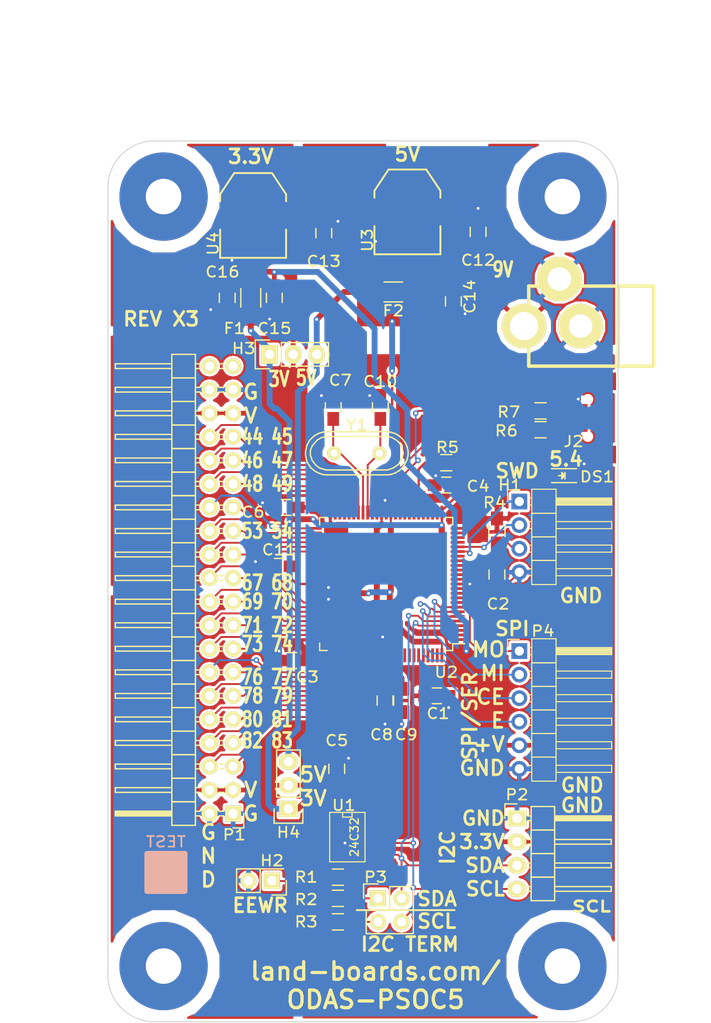
<source format=kicad_pcb>
(kicad_pcb (version 4) (host pcbnew "(after 2015-mar-04 BZR unknown)-product")
  (layers (0 F.Cu signal) (31 B.Cu signal) (34 B.Paste user) (36 B.SilkS user) (37 F.SilkS user) (38 B.Mask user) (39 F.Mask user) (44 Edge.Cuts user))
  (net 0 "")
  (net 1 GND)
  (net 2 +5V)
  (net 3 +3V3)
  (net 4 /IO_22)
  (net 5 /VZ0)
  (net 6 /VZ3)
  (net 7 "Net-(C8-Pad2)")
  (net 8 "Net-(C11-Pad2)")
  (net 9 /IO_23)
  (net 10 /IO_24)
  (net 11 /WR)
  (net 12 /P83)
  (net 13 /SCL)
  (net 14 /SDA)
  (net 15 /P5-4)
  (net 16 /P44)
  (net 17 /P45)
  (net 18 /P46)
  (net 19 /P47)
  (net 20 /P48)
  (net 21 /P49)
  (net 22 /P51)
  (net 23 /P52)
  (net 24 /P53)
  (net 25 /P54)
  (net 26 /P55)
  (net 27 /P56)
  (net 28 /P67)
  (net 29 /P68)
  (net 30 /P69)
  (net 31 /P70)
  (net 32 /P71)
  (net 33 /P72)
  (net 34 /P73)
  (net 35 /P74)
  (net 36 /P76)
  (net 37 /P77)
  (net 38 /P78)
  (net 39 /P79)
  (net 40 /P80)
  (net 41 /P81)
  (net 42 /P82)
  (net 43 /P85)
  (net 44 /P84)
  (net 45 "Net-(C7-Pad2)")
  (net 46 "Net-(C10-Pad2)")
  (net 47 /USB-DM)
  (net 48 /USB-DP)
  (net 49 "Net-(R6-Pad2)")
  (net 50 "Net-(R7-Pad2)")
  (net 51 /SPICE0)
  (net 52 /SPISCK)
  (net 53 /SPIMISO)
  (net 54 /SPIMOSI)
  (net 55 +3.3VP)
  (net 56 /+9V)
  (net 57 +5VP)
  (net 58 "Net-(P3-Pad1)")
  (net 59 "Net-(P3-Pad3)")
  (net 60 "Net-(DS1-Pad2)")
  (module Housings_QFP:TQFP-100_14x14mm_Pitch0.5mm (layer F.Cu) (at 40.005 57.785 180)
    (fp_text reference U2 (at -6.477 -9.525 180) (layer F.SilkS) (effects (font (size 1.143 1.27) (thickness 0.1905))))
    (fp_text value CY8C5267AXI-LP051 hide)
    (pad 1 smd rect (at -7.7 -6 180) (size 1.5 0.3) (layers F.Cu F.Mask))
    (pad 2 smd rect (at -7.7 -5.5 180) (size 1.5 0.3) (layers F.Cu F.Mask))
    (pad 3 smd rect (at -7.7 -5 180) (size 1.5 0.3) (layers F.Cu F.Mask))
    (pad 4 smd rect (at -7.7 -4.5 180) (size 1.5 0.3) (layers F.Cu F.Mask) (net 13 /SCL))
    (pad 5 smd rect (at -7.7 -4 180) (size 1.5 0.3) (layers F.Cu F.Mask) (net 14 /SDA))
    (pad 6 smd rect (at -7.7 -3.5 180) (size 1.5 0.3) (layers F.Cu F.Mask) (net 51 /SPICE0))
    (pad 7 smd rect (at -7.7 -3 180) (size 1.5 0.3) (layers F.Cu F.Mask) (net 52 /SPISCK))
    (pad 8 smd rect (at -7.7 -2.5 180) (size 1.5 0.3) (layers F.Cu F.Mask) (net 53 /SPIMISO))
    (pad 9 smd rect (at -7.7 -2 180) (size 1.5 0.3) (layers F.Cu F.Mask) (net 54 /SPIMOSI))
    (pad 10 smd rect (at -7.7 -1.5 180) (size 1.5 0.3) (layers F.Cu F.Mask) (net 1 GND))
    (pad 11 smd rect (at -7.7 -1 180) (size 1.5 0.3) (layers F.Cu F.Mask))
    (pad 12 smd rect (at -7.7 -0.5 180) (size 1.5 0.3) (layers F.Cu F.Mask) (net 1 GND))
    (pad 13 smd rect (at -7.7 0 180) (size 1.5 0.3) (layers F.Cu F.Mask) (net 1 GND))
    (pad 14 smd rect (at -7.7 0.5 180) (size 1.5 0.3) (layers F.Cu F.Mask) (net 1 GND))
    (pad 15 smd rect (at -7.7 1 180) (size 1.5 0.3) (layers F.Cu F.Mask) (net 4 /IO_22))
    (pad 16 smd rect (at -7.7 1.5 180) (size 1.5 0.3) (layers F.Cu F.Mask))
    (pad 17 smd rect (at -7.7 2 180) (size 1.5 0.3) (layers F.Cu F.Mask))
    (pad 18 smd rect (at -7.7 2.5 180) (size 1.5 0.3) (layers F.Cu F.Mask))
    (pad 19 smd rect (at -7.7 3 180) (size 1.5 0.3) (layers F.Cu F.Mask))
    (pad 20 smd rect (at -7.7 3.5 180) (size 1.5 0.3) (layers F.Cu F.Mask) (net 10 /IO_24))
    (pad 21 smd rect (at -7.7 4 180) (size 1.5 0.3) (layers F.Cu F.Mask) (net 9 /IO_23))
    (pad 22 smd rect (at -7.7 4.5 180) (size 1.5 0.3) (layers F.Cu F.Mask))
    (pad 23 smd rect (at -7.7 5 180) (size 1.5 0.3) (layers F.Cu F.Mask))
    (pad 24 smd rect (at -7.7 5.5 180) (size 1.5 0.3) (layers F.Cu F.Mask))
    (pad 25 smd rect (at -7.7 6 180) (size 1.5 0.3) (layers F.Cu F.Mask))
    (pad 26 smd rect (at -6 7.7 270) (size 1.5 0.3) (layers F.Cu F.Mask) (net 55 +3.3VP))
    (pad 27 smd rect (at -5.5 7.7 270) (size 1.5 0.3) (layers F.Cu F.Mask))
    (pad 28 smd rect (at -5 7.7 270) (size 1.5 0.3) (layers F.Cu F.Mask))
    (pad 29 smd rect (at -4.5 7.7 270) (size 1.5 0.3) (layers F.Cu F.Mask))
    (pad 30 smd rect (at -4 7.7 270) (size 1.5 0.3) (layers F.Cu F.Mask))
    (pad 31 smd rect (at -3.5 7.7 270) (size 1.5 0.3) (layers F.Cu F.Mask) (net 15 /P5-4))
    (pad 32 smd rect (at -3 7.7 270) (size 1.5 0.3) (layers F.Cu F.Mask))
    (pad 33 smd rect (at -2.5 7.7 270) (size 1.5 0.3) (layers F.Cu F.Mask))
    (pad 34 smd rect (at -2 7.7 270) (size 1.5 0.3) (layers F.Cu F.Mask))
    (pad 35 smd rect (at -1.5 7.7 270) (size 1.5 0.3) (layers F.Cu F.Mask) (net 50 "Net-(R7-Pad2)"))
    (pad 36 smd rect (at -1 7.7 270) (size 1.5 0.3) (layers F.Cu F.Mask) (net 49 "Net-(R6-Pad2)"))
    (pad 37 smd rect (at -0.5 7.7 270) (size 1.5 0.3) (layers F.Cu F.Mask) (net 2 +5V))
    (pad 38 smd rect (at 0 7.7 270) (size 1.5 0.3) (layers F.Cu F.Mask) (net 1 GND))
    (pad 39 smd rect (at 0.5 7.7 270) (size 1.5 0.3) (layers F.Cu F.Mask) (net 7 "Net-(C8-Pad2)"))
    (pad 40 smd rect (at 1 7.7 270) (size 1.5 0.3) (layers F.Cu F.Mask))
    (pad 41 smd rect (at 1.5 7.7 270) (size 1.5 0.3) (layers F.Cu F.Mask))
    (pad 42 smd rect (at 2 7.7 270) (size 1.5 0.3) (layers F.Cu F.Mask) (net 46 "Net-(C10-Pad2)"))
    (pad 43 smd rect (at 2.5 7.7 270) (size 1.5 0.3) (layers F.Cu F.Mask) (net 45 "Net-(C7-Pad2)"))
    (pad 44 smd rect (at 3 7.7 270) (size 1.5 0.3) (layers F.Cu F.Mask) (net 16 /P44))
    (pad 45 smd rect (at 3.5 7.7 270) (size 1.5 0.3) (layers F.Cu F.Mask) (net 17 /P45))
    (pad 46 smd rect (at 4 7.7 270) (size 1.5 0.3) (layers F.Cu F.Mask) (net 18 /P46))
    (pad 47 smd rect (at 4.5 7.7 270) (size 1.5 0.3) (layers F.Cu F.Mask) (net 19 /P47))
    (pad 48 smd rect (at 5 7.7 270) (size 1.5 0.3) (layers F.Cu F.Mask) (net 20 /P48))
    (pad 49 smd rect (at 5.5 7.7 270) (size 1.5 0.3) (layers F.Cu F.Mask) (net 21 /P49))
    (pad 50 smd rect (at 6 7.7 270) (size 1.5 0.3) (layers F.Cu F.Mask) (net 6 /VZ3))
    (pad 51 smd rect (at 7.7 6 180) (size 1.5 0.3) (layers F.Cu F.Mask) (net 22 /P51))
    (pad 52 smd rect (at 7.7 5.5 180) (size 1.5 0.3) (layers F.Cu F.Mask) (net 23 /P52))
    (pad 53 smd rect (at 7.7 5 180) (size 1.5 0.3) (layers F.Cu F.Mask) (net 24 /P53))
    (pad 54 smd rect (at 7.7 4.5 180) (size 1.5 0.3) (layers F.Cu F.Mask) (net 25 /P54))
    (pad 55 smd rect (at 7.7 4 180) (size 1.5 0.3) (layers F.Cu F.Mask) (net 26 /P55))
    (pad 56 smd rect (at 7.7 3.5 180) (size 1.5 0.3) (layers F.Cu F.Mask) (net 27 /P56))
    (pad 57 smd rect (at 7.7 3 180) (size 1.5 0.3) (layers F.Cu F.Mask))
    (pad 58 smd rect (at 7.7 2.5 180) (size 1.5 0.3) (layers F.Cu F.Mask))
    (pad 59 smd rect (at 7.7 2 180) (size 1.5 0.3) (layers F.Cu F.Mask))
    (pad 60 smd rect (at 7.7 1.5 180) (size 1.5 0.3) (layers F.Cu F.Mask))
    (pad 61 smd rect (at 7.7 1 180) (size 1.5 0.3) (layers F.Cu F.Mask))
    (pad 62 smd rect (at 7.7 0.5 180) (size 1.5 0.3) (layers F.Cu F.Mask))
    (pad 63 smd rect (at 7.7 0 180) (size 1.5 0.3) (layers F.Cu F.Mask) (net 8 "Net-(C11-Pad2)"))
    (pad 64 smd rect (at 7.7 -0.5 180) (size 1.5 0.3) (layers F.Cu F.Mask) (net 1 GND))
    (pad 65 smd rect (at 7.7 -1 180) (size 1.5 0.3) (layers F.Cu F.Mask) (net 2 +5V))
    (pad 66 smd rect (at 7.7 -1.5 180) (size 1.5 0.3) (layers F.Cu F.Mask) (net 1 GND))
    (pad 67 smd rect (at 7.7 -2 180) (size 1.5 0.3) (layers F.Cu F.Mask) (net 28 /P67))
    (pad 68 smd rect (at 7.7 -2.5 180) (size 1.5 0.3) (layers F.Cu F.Mask) (net 29 /P68))
    (pad 69 smd rect (at 7.7 -3 180) (size 1.5 0.3) (layers F.Cu F.Mask) (net 30 /P69))
    (pad 70 smd rect (at 7.7 -3.5 180) (size 1.5 0.3) (layers F.Cu F.Mask) (net 31 /P70))
    (pad 71 smd rect (at 7.7 -4 180) (size 1.5 0.3) (layers F.Cu F.Mask) (net 32 /P71))
    (pad 72 smd rect (at 7.7 -4.5 180) (size 1.5 0.3) (layers F.Cu F.Mask) (net 33 /P72))
    (pad 73 smd rect (at 7.7 -5 180) (size 1.5 0.3) (layers F.Cu F.Mask) (net 34 /P73))
    (pad 74 smd rect (at 7.7 -5.5 180) (size 1.5 0.3) (layers F.Cu F.Mask) (net 35 /P74))
    (pad 75 smd rect (at 7.7 -6 180) (size 1.5 0.3) (layers F.Cu F.Mask) (net 5 /VZ0))
    (pad 76 smd rect (at 6 -7.7 270) (size 1.5 0.3) (layers F.Cu F.Mask) (net 36 /P76))
    (pad 77 smd rect (at 5.5 -7.7 270) (size 1.5 0.3) (layers F.Cu F.Mask) (net 37 /P77))
    (pad 78 smd rect (at 5 -7.7 270) (size 1.5 0.3) (layers F.Cu F.Mask) (net 38 /P78))
    (pad 79 smd rect (at 4.5 -7.7 270) (size 1.5 0.3) (layers F.Cu F.Mask) (net 39 /P79))
    (pad 80 smd rect (at 4 -7.7 270) (size 1.5 0.3) (layers F.Cu F.Mask) (net 40 /P80))
    (pad 81 smd rect (at 3.5 -7.7 270) (size 1.5 0.3) (layers F.Cu F.Mask) (net 41 /P81))
    (pad 82 smd rect (at 3 -7.7 270) (size 1.5 0.3) (layers F.Cu F.Mask) (net 42 /P82))
    (pad 83 smd rect (at 2.5 -7.7 270) (size 1.5 0.3) (layers F.Cu F.Mask) (net 12 /P83))
    (pad 84 smd rect (at 2 -7.7 270) (size 1.5 0.3) (layers F.Cu F.Mask) (net 44 /P84))
    (pad 85 smd rect (at 1.5 -7.7 270) (size 1.5 0.3) (layers F.Cu F.Mask) (net 43 /P85))
    (pad 86 smd rect (at 1 -7.7 270) (size 1.5 0.3) (layers F.Cu F.Mask) (net 7 "Net-(C8-Pad2)"))
    (pad 87 smd rect (at 0.5 -7.7 270) (size 1.5 0.3) (layers F.Cu F.Mask) (net 1 GND))
    (pad 88 smd rect (at 0 -7.7 270) (size 1.5 0.3) (layers F.Cu F.Mask) (net 2 +5V))
    (pad 89 smd rect (at -0.5 -7.7 270) (size 1.5 0.3) (layers F.Cu F.Mask))
    (pad 90 smd rect (at -1 -7.7 270) (size 1.5 0.3) (layers F.Cu F.Mask))
    (pad 91 smd rect (at -1.5 -7.7 270) (size 1.5 0.3) (layers F.Cu F.Mask))
    (pad 92 smd rect (at -2 -7.7 270) (size 1.5 0.3) (layers F.Cu F.Mask))
    (pad 93 smd rect (at -2.5 -7.7 270) (size 1.5 0.3) (layers F.Cu F.Mask))
    (pad 94 smd rect (at -3 -7.7 270) (size 1.5 0.3) (layers F.Cu F.Mask))
    (pad 95 smd rect (at -3.5 -7.7 270) (size 1.5 0.3) (layers F.Cu F.Mask))
    (pad 96 smd rect (at -4 -7.7 270) (size 1.5 0.3) (layers F.Cu F.Mask))
    (pad 97 smd rect (at -4.5 -7.7 270) (size 1.5 0.3) (layers F.Cu F.Mask))
    (pad 98 smd rect (at -5 -7.7 270) (size 1.5 0.3) (layers F.Cu F.Mask))
    (pad 99 smd rect (at -5.5 -7.7 270) (size 1.5 0.3) (layers F.Cu F.Mask))
    (pad 100 smd rect (at -6 -7.7 270) (size 1.5 0.3) (layers F.Cu F.Mask) (net 55 +3.3VP))
  )
  (module Capacitors_SMD:C_0805_HandSoldering (layer F.Cu) (at 45.466 69.85)
    (fp_text reference C1 (at 0.127 1.905) (layer F.SilkS) (effects (font (size 1.143 1.27) (thickness 0.1905))))
    (fp_text value 0.1uF hide)
    (pad 1 smd rect (at -1.25 0) (size 1.5 1.25) (layers F.Cu F.Mask) (net 3 +3V3))
    (pad 2 smd rect (at 1.25 0) (size 1.5 1.25) (layers F.Cu F.Mask) (net 1 GND))
  )
  (module Capacitors_SMD:C_0805_HandSoldering (layer F.Cu) (at 51.943 56.769 270)
    (fp_text reference C2 (at 3.175 -0.127 360) (layer F.SilkS) (effects (font (size 1.143 1.27) (thickness 0.1905))))
    (fp_text value 0.1uF hide)
    (pad 1 smd rect (at -1.25 0 270) (size 1.5 1.25) (layers F.Cu F.Mask) (net 4 /IO_22))
    (pad 2 smd rect (at 1.25 0 270) (size 1.5 1.25) (layers F.Cu F.Mask) (net 1 GND))
  )
  (module Capacitors_SMD:C_0805_HandSoldering (layer F.Cu) (at 29.845 66.04 180)
    (fp_text reference C3 (at -1.651 -1.778 180) (layer F.SilkS) (effects (font (size 1.143 1.27) (thickness 0.1905))))
    (fp_text value 0.1uF hide)
    (pad 1 smd rect (at -1.25 0 180) (size 1.5 1.25) (layers F.Cu F.Mask) (net 5 /VZ0))
    (pad 2 smd rect (at 1.25 0 180) (size 1.5 1.25) (layers F.Cu F.Mask) (net 1 GND))
  )
  (module Capacitors_SMD:C_0805_HandSoldering (layer F.Cu) (at 46.482 47.117 180)
    (fp_text reference C4 (at -3.429 -0.127 180) (layer F.SilkS) (effects (font (size 1.143 1.27) (thickness 0.1905))))
    (fp_text value 0.1uF hide)
    (pad 1 smd rect (at -1.25 0 180) (size 1.5 1.25) (layers F.Cu F.Mask) (net 55 +3.3VP))
    (pad 2 smd rect (at 1.25 0 180) (size 1.5 1.25) (layers F.Cu F.Mask) (net 1 GND))
  )
  (module Capacitors_SMD:C_0805_HandSoldering (layer F.Cu) (at 34.671 77.724 90)
    (fp_text reference C5 (at 3.048 0 180) (layer F.SilkS) (effects (font (size 1.143 1.27) (thickness 0.1905))))
    (fp_text value 0.1uF hide)
    (pad 1 smd rect (at -1.25 0 90) (size 1.5 1.25) (layers F.Cu F.Mask) (net 55 +3.3VP))
    (pad 2 smd rect (at 1.25 0 90) (size 1.5 1.25) (layers F.Cu F.Mask) (net 1 GND))
  )
  (module Capacitors_SMD:C_0805_HandSoldering (layer F.Cu) (at 29.21 49.53 180)
    (fp_text reference C6 (at 3.556 -0.508 180) (layer F.SilkS) (effects (font (size 1.143 1.27) (thickness 0.1905))))
    (fp_text value 0.1uF hide)
    (pad 1 smd rect (at -1.25 0 180) (size 1.5 1.25) (layers F.Cu F.Mask) (net 6 /VZ3))
    (pad 2 smd rect (at 1.25 0 180) (size 1.5 1.25) (layers F.Cu F.Mask) (net 1 GND))
  )
  (module Capacitors_SMD:C_0805_HandSoldering (layer F.Cu) (at 39.878 70.358 90)
    (fp_text reference C8 (at -3.683 -0.381 180) (layer F.SilkS) (effects (font (size 1.143 1.27) (thickness 0.1905))))
    (fp_text value 1uF hide)
    (pad 1 smd rect (at -1.25 0 90) (size 1.5 1.25) (layers F.Cu F.Mask) (net 1 GND))
    (pad 2 smd rect (at 1.25 0 90) (size 1.5 1.25) (layers F.Cu F.Mask) (net 7 "Net-(C8-Pad2)"))
  )
  (module Capacitors_SMD:C_0805_HandSoldering (layer F.Cu) (at 41.656 70.358 90)
    (fp_text reference C9 (at -3.683 0.508 180) (layer F.SilkS) (effects (font (size 1.143 1.27) (thickness 0.1905))))
    (fp_text value 0.1uF hide)
    (pad 1 smd rect (at -1.25 0 90) (size 1.5 1.25) (layers F.Cu F.Mask) (net 1 GND))
    (pad 2 smd rect (at 1.25 0 90) (size 1.5 1.25) (layers F.Cu F.Mask) (net 2 +5V))
  )
  (module Capacitors_SMD:C_0805_HandSoldering (layer F.Cu) (at 28.448 55.88)
    (fp_text reference C11 (at 0 -1.778) (layer F.SilkS) (effects (font (size 1.143 1.27) (thickness 0.1905))))
    (fp_text value 1uF hide)
    (pad 1 smd rect (at -1.25 0) (size 1.5 1.25) (layers F.Cu F.Mask) (net 1 GND))
    (pad 2 smd rect (at 1.25 0) (size 1.5 1.25) (layers F.Cu F.Mask) (net 8 "Net-(C11-Pad2)"))
  )
  (module Resistors_SMD:R_1206_HandSoldering (layer F.Cu) (at 25.4 26.924 90)
    (fp_text reference F1 (at -3.302 -1.778 180) (layer F.SilkS) (effects (font (size 1.143 1.27) (thickness 0.1905))))
    (fp_text value FUSE hide)
    (pad 1 smd rect (at -2 0 90) (size 2 1.7) (layers F.Cu F.Mask) (net 55 +3.3VP))
    (pad 2 smd rect (at 2 0 90) (size 2 1.7) (layers F.Cu F.Mask) (net 3 +3V3))
  )
  (module Resistors_SMD:R_1206_HandSoldering (layer F.Cu) (at 40.767 26.289)
    (fp_text reference F2 (at 0 2.032 180) (layer F.SilkS) (effects (font (size 1.143 1.27) (thickness 0.1905))))
    (fp_text value FUSE hide)
    (pad 1 smd rect (at -2 0) (size 2 1.7) (layers F.Cu F.Mask) (net 57 +5VP))
    (pad 2 smd rect (at 2 0) (size 2 1.7) (layers F.Cu F.Mask) (net 2 +5V))
  )
  (module Pin_Headers:Pin_Header_Straight_2x01 (layer F.Cu) (at 27.686 89.789 180)
    (fp_text reference H2 (at 0 2.159 360) (layer F.SilkS) (effects (font (size 1.143 1.27) (thickness 0.1905))))
    (fp_text value CONN_2 hide)
    (pad 1 thru_hole rect (at 0 0 180) (size 1.7272 1.7272) (drill 1.016) (layers *.Cu *.Mask F.SilkS) (net 11 /WR))
    (pad 2 thru_hole oval (at 2.54 0 180) (size 1.7272 1.7272) (drill 1.016) (layers *.Cu *.Mask F.SilkS) (net 1 GND))
  )
  (module Pin_Headers:Pin_Header_Straight_1x03 (layer F.Cu) (at 27.432 33.02 90)
    (fp_text reference H3 (at 0.635 -2.794 180) (layer F.SilkS) (effects (font (size 1.143 1.27) (thickness 0.1905))))
    (fp_text value CONN_01X03 hide)
    (pad 1 thru_hole rect (at 0 0 90) (size 2.032 1.7272) (drill 1.016) (layers *.Cu *.Mask F.SilkS) (net 55 +3.3VP))
    (pad 2 thru_hole oval (at 0 2.54 90) (size 2.032 1.7272) (drill 1.016) (layers *.Cu *.Mask F.SilkS) (net 6 /VZ3))
    (pad 3 thru_hole oval (at 0 5.08 90) (size 2.032 1.7272) (drill 1.016) (layers *.Cu *.Mask F.SilkS) (net 57 +5VP))
  )
  (module Pin_Headers:Pin_Header_Straight_1x03 (layer F.Cu) (at 29.464 82.042 180)
    (fp_text reference H4 (at 0 -2.54 180) (layer F.SilkS) (effects (font (size 1.143 1.27) (thickness 0.1905))))
    (fp_text value CONN_01X03 hide)
    (pad 1 thru_hole rect (at 0 0 180) (size 2.032 1.7272) (drill 1.016) (layers *.Cu *.Mask F.SilkS) (net 55 +3.3VP))
    (pad 2 thru_hole oval (at 0 2.54 180) (size 2.032 1.7272) (drill 1.016) (layers *.Cu *.Mask F.SilkS) (net 5 /VZ0))
    (pad 3 thru_hole oval (at 0 5.08 180) (size 2.032 1.7272) (drill 1.016) (layers *.Cu *.Mask F.SilkS) (net 57 +5VP))
  )
  (module Resistors_SMD:R_0805_HandSoldering (layer F.Cu) (at 34.798 89.408 180)
    (fp_text reference R1 (at 3.429 0 360) (layer F.SilkS) (effects (font (size 1.143 1.27) (thickness 0.1905))))
    (fp_text value 1K hide)
    (pad 1 smd rect (at -1.35 0 180) (size 1.5 1.3) (layers F.Cu F.Mask) (net 3 +3V3))
    (pad 2 smd rect (at 1.35 0 180) (size 1.5 1.3) (layers F.Cu F.Mask) (net 11 /WR))
  )
  (module Resistors_SMD:R_0805_HandSoldering (layer F.Cu) (at 34.798 91.694 180)
    (fp_text reference R2 (at 3.429 -0.127 360) (layer F.SilkS) (effects (font (size 1.143 1.27) (thickness 0.1905))))
    (fp_text value 3.9K hide)
    (pad 1 smd rect (at -1.35 0 180) (size 1.5 1.3) (layers F.Cu F.Mask) (net 58 "Net-(P3-Pad1)"))
    (pad 2 smd rect (at 1.35 0 180) (size 1.5 1.3) (layers F.Cu F.Mask) (net 3 +3V3))
  )
  (module Resistors_SMD:R_0805_HandSoldering (layer F.Cu) (at 34.798 94.234 180)
    (fp_text reference R3 (at 3.429 0 180) (layer F.SilkS) (effects (font (size 1.143 1.27) (thickness 0.1905))))
    (fp_text value 3.9K hide)
    (pad 1 smd rect (at -1.35 0 180) (size 1.5 1.3) (layers F.Cu F.Mask) (net 59 "Net-(P3-Pad3)"))
    (pad 2 smd rect (at 1.35 0 180) (size 1.5 1.3) (layers F.Cu F.Mask) (net 3 +3V3))
  )
  (module Resistors_SMD:R_0805_HandSoldering (layer F.Cu) (at 51.943 52.07 90)
    (fp_text reference R4 (at 3.048 -0.254 180) (layer F.SilkS) (effects (font (size 1.143 1.27) (thickness 0.1905))))
    (fp_text value 3.9K hide)
    (pad 1 smd rect (at -1.35 0 90) (size 1.5 1.3) (layers F.Cu F.Mask) (net 4 /IO_22))
    (pad 2 smd rect (at 1.35 0 90) (size 1.5 1.3) (layers F.Cu F.Mask) (net 3 +3V3))
  )
  (module Resistors_SMD:R_0805_HandSoldering (layer F.Cu) (at 46.482 44.704)
    (fp_text reference R5 (at 0.127 -1.651) (layer F.SilkS) (effects (font (size 1.143 1.27) (thickness 0.1905))))
    (fp_text value 120 hide)
    (pad 1 smd rect (at -1.35 0) (size 1.5 1.3) (layers F.Cu F.Mask) (net 15 /P5-4))
    (pad 2 smd rect (at 1.35 0) (size 1.5 1.3) (layers F.Cu F.Mask) (net 60 "Net-(DS1-Pad2)"))
  )
  (module REV_BLOCK (layer B.Cu) (at 16.256 88.9)
    (fp_text reference TEST (at 0 -3.302) (layer B.SilkS) (effects (font (size 1.143 1.27) (thickness 0.1905)) (justify mirror)))
    (fp_text value COUPON hide)
  )
  (module dougsLib:SO8E-wider (layer F.Cu) (at 35.814 85.09 270)
    (fp_text reference U1 (at -3.429 0.381 360) (layer F.SilkS) (effects (font (size 1.143 1.27) (thickness 0.1905))))
    (fp_text value 24C32 (at 0 -0.762 270) (layer F.SilkS) (effects (font (size 0.889 0.889) (thickness 0.1524))))
    (pad 8 smd rect (at -1.905 -2.794 270) (size 0.59944 1.651) (layers F.Cu F.Mask) (net 3 +3V3))
    (pad 1 smd rect (at -1.905 2.794 270) (size 0.59944 1.651) (layers F.Cu F.Mask) (net 1 GND))
    (pad 7 smd rect (at -0.635 -2.794 270) (size 0.59944 1.651) (layers F.Cu F.Mask) (net 11 /WR))
    (pad 6 smd rect (at 0.635 -2.794 270) (size 0.59944 1.651) (layers F.Cu F.Mask) (net 13 /SCL))
    (pad 5 smd rect (at 1.905 -2.794 270) (size 0.59944 1.651) (layers F.Cu F.Mask) (net 14 /SDA))
    (pad 2 smd rect (at -0.635 2.794 270) (size 0.59944 1.651) (layers F.Cu F.Mask) (net 1 GND))
    (pad 3 smd rect (at 0.635 2.794 270) (size 0.59944 1.651) (layers F.Cu F.Mask) (net 1 GND))
    (pad 4 smd rect (at 1.905 2.794 270) (size 0.59944 1.651) (layers F.Cu F.Mask) (net 1 GND))
  )
  (module dougsLib:JACK_3.5MM (layer F.Cu) (at 60.96 29.972 180)
    (fp_text reference J1 hide)
    (fp_text value DCJ0202 hide)
    (pad 2 thru_hole circle (at 0 0 180) (size 4.8006 4.8006) (drill 2.54) (layers *.Cu *.Mask F.SilkS) (net 1 GND))
    (pad 1 thru_hole circle (at 6.096 0 180) (size 4.8006 4.8006) (drill 3.048) (layers *.Cu *.Mask F.SilkS) (net 56 /+9V))
    (pad 3 thru_hole circle (at 2.286 5.08 180) (size 4.8006 4.8006) (drill 2.54) (layers *.Cu *.Mask F.SilkS) (net 1 GND))
  )
  (module dougsLib:SOT223 (layer F.Cu) (at 42.291 17.653)
    (fp_text reference U3 (at -4.318 3.048 90) (layer F.SilkS) (effects (font (size 1.143 1.27) (thickness 0.1905))))
    (fp_text value AP1117 hide)
    (pad 4 smd rect (at 0 -3.302) (size 3.6576 2.032) (layers F.Cu F.Mask))
    (pad 2 smd rect (at 0 3.302) (size 1.016 2.032) (layers F.Cu F.Mask) (net 2 +5V))
    (pad 3 smd rect (at 2.286 3.302) (size 1.016 2.032) (layers F.Cu F.Mask) (net 56 /+9V))
    (pad 1 smd rect (at -2.286 3.302) (size 1.016 2.032) (layers F.Cu F.Mask) (net 1 GND))
  )
  (module dougsLib:SOT223 (layer F.Cu) (at 25.654 18.034)
    (fp_text reference U4 (at -4.318 3.048 90) (layer F.SilkS) (effects (font (size 1.143 1.27) (thickness 0.1905))))
    (fp_text value AP1117 hide)
    (pad 4 smd rect (at 0 -3.302) (size 3.6576 2.032) (layers F.Cu F.Mask))
    (pad 2 smd rect (at 0 3.302) (size 1.016 2.032) (layers F.Cu F.Mask) (net 3 +3V3))
    (pad 3 smd rect (at 2.286 3.302) (size 1.016 2.032) (layers F.Cu F.Mask) (net 2 +5V))
    (pad 1 smd rect (at -2.286 3.302) (size 1.016 2.032) (layers F.Cu F.Mask) (net 1 GND))
  )
  (module Pin_Headers:Pin_Header_Angled_2x20 (layer F.Cu) (at 23.495 82.55 180)
    (fp_text reference P1 (at -0.127 -2.286 180) (layer F.SilkS) (effects (font (size 1.143 1.27) (thickness 0.1905))))
    (fp_text value CONN_01X40 hide)
    (pad 1 thru_hole rect (at 0 0 180) (size 1.7272 1.7272) (drill 1.016) (layers *.Cu *.Mask F.SilkS) (net 1 GND))
    (pad 2 thru_hole oval (at 2.54 0 180) (size 1.7272 1.7272) (drill 1.016) (layers *.Cu *.Mask F.SilkS) (net 1 GND))
    (pad 3 thru_hole oval (at 0 2.54 180) (size 1.7272 1.7272) (drill 1.016) (layers *.Cu *.Mask F.SilkS) (net 5 /VZ0))
    (pad 4 thru_hole oval (at 2.54 2.54 180) (size 1.7272 1.7272) (drill 1.016) (layers *.Cu *.Mask F.SilkS) (net 5 /VZ0))
    (pad 5 thru_hole oval (at 0 5.08 180) (size 1.7272 1.7272) (drill 1.016) (layers *.Cu *.Mask F.SilkS) (net 43 /P85))
    (pad 6 thru_hole oval (at 2.54 5.08 180) (size 1.7272 1.7272) (drill 1.016) (layers *.Cu *.Mask F.SilkS) (net 44 /P84))
    (pad 7 thru_hole oval (at 0 7.62 180) (size 1.7272 1.7272) (drill 1.016) (layers *.Cu *.Mask F.SilkS) (net 12 /P83))
    (pad 8 thru_hole oval (at 2.54 7.62 180) (size 1.7272 1.7272) (drill 1.016) (layers *.Cu *.Mask F.SilkS) (net 42 /P82))
    (pad 9 thru_hole oval (at 0 10.16 180) (size 1.7272 1.7272) (drill 1.016) (layers *.Cu *.Mask F.SilkS) (net 41 /P81))
    (pad 10 thru_hole oval (at 2.54 10.16 180) (size 1.7272 1.7272) (drill 1.016) (layers *.Cu *.Mask F.SilkS) (net 40 /P80))
    (pad 11 thru_hole oval (at 0 12.7 180) (size 1.7272 1.7272) (drill 1.016) (layers *.Cu *.Mask F.SilkS) (net 39 /P79))
    (pad 12 thru_hole oval (at 2.54 12.7 180) (size 1.7272 1.7272) (drill 1.016) (layers *.Cu *.Mask F.SilkS) (net 38 /P78))
    (pad 13 thru_hole oval (at 0 15.24 180) (size 1.7272 1.7272) (drill 1.016) (layers *.Cu *.Mask F.SilkS) (net 37 /P77))
    (pad 14 thru_hole oval (at 2.54 15.24 180) (size 1.7272 1.7272) (drill 1.016) (layers *.Cu *.Mask F.SilkS) (net 36 /P76))
    (pad 15 thru_hole oval (at 0 17.78 180) (size 1.7272 1.7272) (drill 1.016) (layers *.Cu *.Mask F.SilkS) (net 35 /P74))
    (pad 16 thru_hole oval (at 2.54 17.78 180) (size 1.7272 1.7272) (drill 1.016) (layers *.Cu *.Mask F.SilkS) (net 34 /P73))
    (pad 17 thru_hole oval (at 0 20.32 180) (size 1.7272 1.7272) (drill 1.016) (layers *.Cu *.Mask F.SilkS) (net 33 /P72))
    (pad 18 thru_hole oval (at 2.54 20.32 180) (size 1.7272 1.7272) (drill 1.016) (layers *.Cu *.Mask F.SilkS) (net 32 /P71))
    (pad 19 thru_hole oval (at 0 22.86 180) (size 1.7272 1.7272) (drill 1.016) (layers *.Cu *.Mask F.SilkS) (net 31 /P70))
    (pad 20 thru_hole oval (at 2.54 22.86 180) (size 1.7272 1.7272) (drill 1.016) (layers *.Cu *.Mask F.SilkS) (net 30 /P69))
    (pad 21 thru_hole oval (at 0 25.4 180) (size 1.7272 1.7272) (drill 1.016) (layers *.Cu *.Mask F.SilkS) (net 29 /P68))
    (pad 22 thru_hole oval (at 2.54 25.4 180) (size 1.7272 1.7272) (drill 1.016) (layers *.Cu *.Mask F.SilkS) (net 28 /P67))
    (pad 23 thru_hole oval (at 0 27.94 180) (size 1.7272 1.7272) (drill 1.016) (layers *.Cu *.Mask F.SilkS) (net 27 /P56))
    (pad 24 thru_hole oval (at 2.54 27.94 180) (size 1.7272 1.7272) (drill 1.016) (layers *.Cu *.Mask F.SilkS) (net 26 /P55))
    (pad 25 thru_hole oval (at 0 30.48 180) (size 1.7272 1.7272) (drill 1.016) (layers *.Cu *.Mask F.SilkS) (net 25 /P54))
    (pad 26 thru_hole oval (at 2.54 30.48 180) (size 1.7272 1.7272) (drill 1.016) (layers *.Cu *.Mask F.SilkS) (net 24 /P53))
    (pad 27 thru_hole oval (at 0 33.02 180) (size 1.7272 1.7272) (drill 1.016) (layers *.Cu *.Mask F.SilkS) (net 23 /P52))
    (pad 28 thru_hole oval (at 2.54 33.02 180) (size 1.7272 1.7272) (drill 1.016) (layers *.Cu *.Mask F.SilkS) (net 22 /P51))
    (pad 29 thru_hole oval (at 0 35.56 180) (size 1.7272 1.7272) (drill 1.016) (layers *.Cu *.Mask F.SilkS) (net 21 /P49))
    (pad 30 thru_hole oval (at 2.54 35.56 180) (size 1.7272 1.7272) (drill 1.016) (layers *.Cu *.Mask F.SilkS) (net 20 /P48))
    (pad 31 thru_hole oval (at 0 38.1 180) (size 1.7272 1.7272) (drill 1.016) (layers *.Cu *.Mask F.SilkS) (net 19 /P47))
    (pad 32 thru_hole oval (at 2.54 38.1 180) (size 1.7272 1.7272) (drill 1.016) (layers *.Cu *.Mask F.SilkS) (net 18 /P46))
    (pad 33 thru_hole oval (at 0 40.64 180) (size 1.7272 1.7272) (drill 1.016) (layers *.Cu *.Mask F.SilkS) (net 17 /P45))
    (pad 34 thru_hole oval (at 2.54 40.64 180) (size 1.7272 1.7272) (drill 1.016) (layers *.Cu *.Mask F.SilkS) (net 16 /P44))
    (pad 35 thru_hole oval (at 0 43.18 180) (size 1.7272 1.7272) (drill 1.016) (layers *.Cu *.Mask F.SilkS) (net 6 /VZ3))
    (pad 36 thru_hole oval (at 2.54 43.18 180) (size 1.7272 1.7272) (drill 1.016) (layers *.Cu *.Mask F.SilkS) (net 6 /VZ3))
    (pad 37 thru_hole oval (at 0 45.72 180) (size 1.7272 1.7272) (drill 1.016) (layers *.Cu *.Mask F.SilkS) (net 1 GND))
    (pad 38 thru_hole oval (at 2.54 45.72 180) (size 1.7272 1.7272) (drill 1.016) (layers *.Cu *.Mask F.SilkS) (net 1 GND))
    (pad 39 thru_hole oval (at 0 48.26 180) (size 1.7272 1.7272) (drill 1.016) (layers *.Cu *.Mask F.SilkS))
    (pad 40 thru_hole oval (at 2.54 48.26 180) (size 1.7272 1.7272) (drill 1.016) (layers *.Cu *.Mask F.SilkS))
  )
  (module Capacitors_SMD:C_0805_HandSoldering (layer F.Cu) (at 34.29 38.735 270)
    (fp_text reference C7 (at -2.921 -0.762 360) (layer F.SilkS) (effects (font (size 1.143 1.27) (thickness 0.1905))))
    (fp_text value C hide)
    (pad 1 smd rect (at -1.25 0 270) (size 1.5 1.25) (layers F.Cu F.Mask) (net 1 GND))
    (pad 2 smd rect (at 1.25 0 270) (size 1.5 1.25) (layers F.Cu F.Mask) (net 45 "Net-(C7-Pad2)"))
  )
  (module Capacitors_SMD:C_0805_HandSoldering (layer F.Cu) (at 39.37 38.735 270)
    (fp_text reference C10 (at -2.794 0 360) (layer F.SilkS) (effects (font (size 1.143 1.27) (thickness 0.1905))))
    (fp_text value C hide)
    (pad 1 smd rect (at -1.25 0 270) (size 1.5 1.25) (layers F.Cu F.Mask) (net 1 GND))
    (pad 2 smd rect (at 1.25 0 270) (size 1.5 1.25) (layers F.Cu F.Mask) (net 46 "Net-(C10-Pad2)"))
  )
  (module DougsNewMods:USB_Micro-B-Wellco-SMT (layer F.Cu) (at 61.214 39.878 90)
    (fp_text reference J2 (at -2.54 -1.016 180) (layer F.SilkS) (effects (font (size 1.143 1.27) (thickness 0.1905))))
    (fp_text value USB-MICRO-B hide)
    (pad 1 smd rect (at -1.3 -0.4 90) (size 0.4 1.8) (layers F.Cu F.Mask))
    (pad 2 smd rect (at -0.65 -0.4 90) (size 0.4 1.8) (layers F.Cu F.Mask) (net 47 /USB-DM))
    (pad 3 smd rect (at 0 -0.4 90) (size 0.4 1.8) (layers F.Cu F.Mask) (net 48 /USB-DP))
    (pad 4 smd rect (at 0.65 -0.4 90) (size 0.4 1.8) (layers F.Cu F.Mask))
    (pad 5 smd rect (at 1.3 -0.4 90) (size 0.4 1.8) (layers F.Cu F.Mask) (net 1 GND))
    (pad "" np_thru_hole circle (at -2 0.525 180) (size 0.55 0.55) (drill 0.55) (layers *.Cu *.Mask F.SilkS))
    (pad "" np_thru_hole circle (at 2 0.525 180) (size 0.55 0.55) (drill oval 0.55) (layers *.Cu *.Mask F.SilkS))
    (pad 7 smd rect (at -3.95 2.625 180) (size 1.9 1.9) (layers F.Cu F.Mask))
    (pad 6 smd rect (at 3.95 2.625 180) (size 1.9 1.9) (layers F.Cu F.Mask))
  )
  (module Resistors_SMD:R_0805_HandSoldering (layer F.Cu) (at 56.642 41.148 180)
    (fp_text reference R6 (at 3.683 -0.127 180) (layer F.SilkS) (effects (font (size 1.143 1.27) (thickness 0.1905))))
    (fp_text value 22 hide)
    (pad 1 smd rect (at -1.35 0 180) (size 1.5 1.3) (layers F.Cu F.Mask) (net 47 /USB-DM))
    (pad 2 smd rect (at 1.35 0 180) (size 1.5 1.3) (layers F.Cu F.Mask) (net 49 "Net-(R6-Pad2)"))
  )
  (module Resistors_SMD:R_0805_HandSoldering (layer F.Cu) (at 56.642 39.116 180)
    (fp_text reference R7 (at 3.429 -0.127 180) (layer F.SilkS) (effects (font (size 1.143 1.27) (thickness 0.1905))))
    (fp_text value 22 hide)
    (pad 1 smd rect (at -1.35 0 180) (size 1.5 1.3) (layers F.Cu F.Mask) (net 48 /USB-DP))
    (pad 2 smd rect (at 1.35 0 180) (size 1.5 1.3) (layers F.Cu F.Mask) (net 50 "Net-(R7-Pad2)"))
  )
  (module Crystals:Crystal_HC49-U_Vertical (layer F.Cu) (at 36.83 43.688)
    (fp_text reference Y1 (at 0 -3.048) (layer F.SilkS) (effects (font (size 1.143 1.27) (thickness 0.1905))))
    (fp_text value Crystal_Small hide)
    (pad 1 thru_hole circle (at -2.44094 0) (size 1.50114 1.50114) (drill 0.8001) (layers *.Cu *.Mask F.SilkS) (net 45 "Net-(C7-Pad2)"))
    (pad 2 thru_hole circle (at 2.44094 0) (size 1.50114 1.50114) (drill 0.8001) (layers *.Cu *.Mask F.SilkS) (net 46 "Net-(C10-Pad2)"))
  )
  (module Capacitors_SMD:C_0805_HandSoldering (layer F.Cu) (at 49.911 19.812 90)
    (fp_text reference C12 (at -3.048 0 180) (layer F.SilkS) (effects (font (size 1.143 1.27) (thickness 0.1905))))
    (fp_text value 0.1uF hide)
    (pad 1 smd rect (at -1.25 0 90) (size 1.5 1.25) (layers F.Cu F.Mask) (net 56 /+9V))
    (pad 2 smd rect (at 1.25 0 90) (size 1.5 1.25) (layers F.Cu F.Mask) (net 1 GND))
  )
  (module Capacitors_SMD:C_0805_HandSoldering (layer F.Cu) (at 33.274 19.939 90)
    (fp_text reference C13 (at -3.048 0 180) (layer F.SilkS) (effects (font (size 1.143 1.27) (thickness 0.1905))))
    (fp_text value 0.1uF hide)
    (pad 1 smd rect (at -1.25 0 90) (size 1.5 1.25) (layers F.Cu F.Mask) (net 2 +5V))
    (pad 2 smd rect (at 1.25 0 90) (size 1.5 1.25) (layers F.Cu F.Mask) (net 1 GND))
  )
  (module Capacitors_SMD:C_0805_HandSoldering (layer F.Cu) (at 47.244 27.305 270)
    (fp_text reference C14 (at -0.508 -1.778 450) (layer F.SilkS) (effects (font (size 1.143 1.27) (thickness 0.1905))))
    (fp_text value 0.1uF hide)
    (pad 1 smd rect (at -1.25 0 270) (size 1.5 1.25) (layers F.Cu F.Mask) (net 2 +5V))
    (pad 2 smd rect (at 1.25 0 270) (size 1.5 1.25) (layers F.Cu F.Mask) (net 1 GND))
  )
  (module Capacitors_SMD:C_0805_HandSoldering (layer F.Cu) (at 27.94 26.924 270)
    (fp_text reference C15 (at 3.302 0 360) (layer F.SilkS) (effects (font (size 1.143 1.27) (thickness 0.1905))))
    (fp_text value 0.1uF hide)
    (pad 1 smd rect (at -1.25 0 270) (size 1.5 1.25) (layers F.Cu F.Mask) (net 3 +3V3))
    (pad 2 smd rect (at 1.25 0 270) (size 1.5 1.25) (layers F.Cu F.Mask) (net 1 GND))
  )
  (module Capacitors_SMD:C_0805_HandSoldering (layer F.Cu) (at 22.86 26.924 270)
    (fp_text reference C16 (at -2.794 0.508 540) (layer F.SilkS) (effects (font (size 1.143 1.27) (thickness 0.1905))))
    (fp_text value 0.1uF hide)
    (pad 1 smd rect (at -1.25 0 270) (size 1.5 1.25) (layers F.Cu F.Mask) (net 3 +3V3))
    (pad 2 smd rect (at 1.25 0 270) (size 1.5 1.25) (layers F.Cu F.Mask) (net 1 GND))
  )
  (module Pin_Headers:Pin_Header_Angled_1x04 (layer F.Cu) (at 54.102 83.058)
    (fp_text reference P2 (at 0 -2.54 180) (layer F.SilkS) (effects (font (size 1.143 1.27) (thickness 0.1905))))
    (fp_text value CONN_01X04 hide)
    (pad 1 thru_hole rect (at 0 0) (size 2.032 1.7272) (drill 1.016) (layers *.Cu *.Mask F.SilkS) (net 1 GND))
    (pad 2 thru_hole oval (at 0 2.54) (size 2.032 1.7272) (drill 1.016) (layers *.Cu *.Mask F.SilkS) (net 3 +3V3))
    (pad 3 thru_hole oval (at 0 5.08) (size 2.032 1.7272) (drill 1.016) (layers *.Cu *.Mask F.SilkS) (net 14 /SDA))
    (pad 4 thru_hole oval (at 0 7.62) (size 2.032 1.7272) (drill 1.016) (layers *.Cu *.Mask F.SilkS) (net 13 /SCL))
  )
  (module Pin_Headers:Pin_Header_Straight_2x02 (layer F.Cu) (at 39.116 91.694)
    (fp_text reference P3 (at -0.254 -2.286) (layer F.SilkS) (effects (font (size 1.143 1.27) (thickness 0.1905))))
    (fp_text value CONN_02X02 hide)
    (pad 1 thru_hole rect (at 0 0) (size 1.7272 1.7272) (drill 1.016) (layers *.Cu *.Mask F.SilkS) (net 58 "Net-(P3-Pad1)"))
    (pad 2 thru_hole oval (at 2.54 0) (size 1.7272 1.7272) (drill 1.016) (layers *.Cu *.Mask F.SilkS) (net 14 /SDA))
    (pad 3 thru_hole oval (at 0 2.54) (size 1.7272 1.7272) (drill 1.016) (layers *.Cu *.Mask F.SilkS) (net 59 "Net-(P3-Pad3)"))
    (pad 4 thru_hole oval (at 2.54 2.54) (size 1.7272 1.7272) (drill 1.016) (layers *.Cu *.Mask F.SilkS) (net 13 /SCL))
  )
  (module LEDs:LED_0805 (layer F.Cu) (at 58.928 46.101 180)
    (fp_text reference DS1 (at -3.81 -0.127 360) (layer F.SilkS) (effects (font (size 1.143 1.27) (thickness 0.1905))))
    (fp_text value LED-fixed hide)
    (pad 2 smd rect (at 1.04902 0) (size 1.19888 1.19888) (layers F.Cu F.Mask) (net 60 "Net-(DS1-Pad2)"))
    (pad 1 smd rect (at -1.04902 0) (size 1.19888 1.19888) (layers F.Cu F.Mask) (net 1 GND))
  )
  (module LandBoards_MountHoles:MTG-6-32 (layer F.Cu) (at 16 16)
    (fp_text reference MTG1 hide)
    (fp_text value CONN_1 hide)
    (pad 1 thru_hole circle (at 0 0) (size 9.525 9.525) (drill 3.8354) (layers *.Cu *.Mask))
  )
  (module LandBoards_MountHoles:MTG-6-32 (layer F.Cu) (at 59 16)
    (fp_text reference MTG2 hide)
    (fp_text value CONN_1 hide)
    (pad 1 thru_hole circle (at 0 0) (size 9.525 9.525) (drill 3.8354) (layers *.Cu *.Mask))
  )
  (module LandBoards_MountHoles:MTG-6-32 (layer F.Cu) (at 16 99)
    (fp_text reference MTG3 hide)
    (fp_text value CONN_1 hide)
    (pad 1 thru_hole circle (at 0 0) (size 9.525 9.525) (drill 3.8354) (layers *.Cu *.Mask))
  )
  (module LandBoards_MountHoles:MTG-6-32 (layer F.Cu) (at 59 99)
    (fp_text reference MTG4 hide)
    (fp_text value CONN_1 hide)
    (pad 1 thru_hole circle (at 0 0) (size 9.525 9.525) (drill 3.8354) (layers *.Cu *.Mask))
  )
  (module LandBoards_Marking:FIDUCIAL (layer F.Cu) (at 15.0876 25.2476)
    (fp_text reference FID1 hide)
    (fp_text value CONN_1 hide)
    (pad 1 smd circle (at 0 0) (size 1 1) (layers F.Cu F.Mask) (clearance 1))
  )
  (module LandBoards_Marking:FIDUCIAL (layer F.Cu) (at 23.749 96.52)
    (fp_text reference FID2 hide)
    (fp_text value CONN_1 hide)
    (pad 1 smd circle (at 0 0) (size 1 1) (layers F.Cu F.Mask) (clearance 1))
  )
  (module Pin_Headers:Pin_Header_Angled_1x04_Pitch2.54mm (layer F.Cu) (at 54.356 48.895)
    (fp_text reference H1 (at -1.016 -1.778) (layer F.SilkS) (effects (font (size 1.143 1.27) (thickness 0.1905))))
    (fp_text value CONN_01X04 hide)
    (pad 1 thru_hole rect (at 0 0) (size 1.7 1.7) (drill 1) (layers *.Cu *.Mask) (net 10 /IO_24))
    (pad 2 thru_hole oval (at 0 2.54) (size 1.7 1.7) (drill 1) (layers *.Cu *.Mask) (net 9 /IO_23))
    (pad 3 thru_hole oval (at 0 5.08) (size 1.7 1.7) (drill 1) (layers *.Cu *.Mask) (net 4 /IO_22))
    (pad 4 thru_hole oval (at 0 7.62) (size 1.7 1.7) (drill 1) (layers *.Cu *.Mask) (net 1 GND))
  )
  (module Pin_Headers:Pin_Header_Angled_1x06_Pitch2.54mm (layer F.Cu) (at 54.356 65.024)
    (fp_text reference P4 (at 2.54 -2.159) (layer F.SilkS) (effects (font (size 1.143 1.27) (thickness 0.1905))))
    (fp_text value CONN_01X06 hide)
    (pad 1 thru_hole rect (at 0 0) (size 1.7 1.7) (drill 1) (layers *.Cu *.Mask) (net 54 /SPIMOSI))
    (pad 2 thru_hole oval (at 0 2.54) (size 1.7 1.7) (drill 1) (layers *.Cu *.Mask) (net 53 /SPIMISO))
    (pad 3 thru_hole oval (at 0 5.08) (size 1.7 1.7) (drill 1) (layers *.Cu *.Mask) (net 52 /SPISCK))
    (pad 4 thru_hole oval (at 0 7.62) (size 1.7 1.7) (drill 1) (layers *.Cu *.Mask) (net 51 /SPICE0))
    (pad 5 thru_hole oval (at 0 10.16) (size 1.7 1.7) (drill 1) (layers *.Cu *.Mask) (net 3 +3V3))
    (pad 6 thru_hole oval (at 0 12.7) (size 1.7 1.7) (drill 1) (layers *.Cu *.Mask) (net 1 GND))
  )
  (gr_text SPI/SER (at 49.022 67.056 90) (layer F.SilkS) (effects (font (size 1.5 1.5) (thickness 0.3)) (justify right)))
  (gr_text I2C (at 46.609 84.201 90) (layer F.SilkS) (effects (font (size 1.5 1.5) (thickness 0.3)) (justify right)))
  (gr_line (start 43.688 92.964) (end 47.371 92.964) (angle 90) (layer F.SilkS) (width 0.2))
  (gr_text SCL (at 64.389 92.583) (layer F.SilkS) (effects (font (size 1.143 1.5) (thickness 0.28575)) (justify right)))
  (gr_text GND (at 63.627 81.661) (layer F.SilkS) (effects (font (size 1.5 1.5) (thickness 0.3)) (justify right)))
  (gr_text GND (at 63.627 79.502) (layer F.SilkS) (effects (font (size 1.5 1.5) (thickness 0.3)) (justify right)))
  (gr_text 5.4 (at 57.404 44.323) (layer F.SilkS) (effects (font (size 1.5 1.5) (thickness 0.3)) (justify left)))
  (gr_text SWD (at 56.642 45.593) (layer F.SilkS) (effects (font (size 1.5 1.5) (thickness 0.3)) (justify right)))
  (gr_text GND (at 63.5 59.055) (layer F.SilkS) (effects (font (size 1.5 1.5) (thickness 0.3)) (justify right)))
  (gr_text GND (at 52.959 83.058) (layer F.SilkS) (effects (font (size 1.5 1.5) (thickness 0.3)) (justify right)))
  (gr_text 3.3V (at 52.959 85.598) (layer F.SilkS) (effects (font (size 1.5 1.5) (thickness 0.3)) (justify right)))
  (gr_text SDA (at 52.959 88.138) (layer F.SilkS) (effects (font (size 1.5 1.5) (thickness 0.3)) (justify right)))
  (gr_text "SDA\nSCL" (at 43.18 92.964) (layer F.SilkS) (effects (font (size 1.5 1.5) (thickness 0.3)) (justify left)))
  (gr_line (start 60 105) (end 15 105) (angle 90) (layer Edge.Cuts) (width 0.1))
  (gr_line (start 65 15) (end 65 100) (angle 90) (layer Edge.Cuts) (width 0.1))
  (gr_line (start 15 10) (end 60 10) (angle 90) (layer Edge.Cuts) (width 0.1))
  (gr_text 9V (at 52.578 23.876) (layer F.SilkS) (effects (font (size 1.5875 1.2) (thickness 0.3))))
  (gr_text 3V (at 28.448 35.687) (layer F.SilkS) (effects (font (size 1.5875 1.2) (thickness 0.3))))
  (gr_text 5V (at 31.369 35.56) (layer F.SilkS) (effects (font (size 1.5875 1.2) (thickness 0.3))))
  (gr_text "G\nN\nD" (at 20.828 87.122) (layer F.SilkS) (effects (font (size 1.5875 1.5875) (thickness 0.3))))
  (gr_text "5V\n3V" (at 32.131 79.629) (layer F.SilkS) (effects (font (size 1.5875 1.5875) (thickness 0.3))))
  (gr_text "82 83" (at 27.178 74.676) (layer F.SilkS) (effects (font (size 1.5875 1.2) (thickness 0.3))))
  (gr_text "80 81" (at 27.178 72.39) (layer F.SilkS) (effects (font (size 1.5875 1.2) (thickness 0.3))))
  (gr_text "78 79" (at 27.178 69.85) (layer F.SilkS) (effects (font (size 1.5875 1.2) (thickness 0.3))))
  (gr_text "76 77" (at 27.178 67.818) (layer F.SilkS) (effects (font (size 1.5875 1.2) (thickness 0.3))))
  (gr_text "73 74" (at 27.178 64.262) (layer F.SilkS) (effects (font (size 1.5875 1.2) (thickness 0.3))))
  (gr_text "71 72" (at 27.178 62.23) (layer F.SilkS) (effects (font (size 1.5875 1.2) (thickness 0.3))))
  (gr_text "69 70" (at 27.178 59.69) (layer F.SilkS) (effects (font (size 1.5875 1.2) (thickness 0.3))))
  (gr_text "67 68" (at 27.178 57.658) (layer F.SilkS) (effects (font (size 1.5875 1.2) (thickness 0.3))))
  (gr_text "53 54" (at 27.178 52.07) (layer F.SilkS) (effects (font (size 1.5875 1.2) (thickness 0.3))))
  (gr_text "48 49" (at 27.178 46.99) (layer F.SilkS) (effects (font (size 1.5875 1.2) (thickness 0.3))))
  (gr_text "46 47" (at 27.178 44.45) (layer F.SilkS) (effects (font (size 1.5875 1.2) (thickness 0.3))))
  (gr_text "44 45" (at 27.178 41.91) (layer F.SilkS) (effects (font (size 1.5875 1.2) (thickness 0.3))))
  (gr_line (start 43.688 92.964) (end 36.83 92.964) (angle 90) (layer F.SilkS) (width 0.2))
  (gr_text "REV X3" (at 15.748 29.21) (layer F.SilkS) (effects (font (size 1.5 1.5) (thickness 0.3))))
  (gr_text 3.3V (at 25.4 11.684) (layer F.SilkS) (effects (font (size 1.5 1.5) (thickness 0.3))))
  (gr_text "I2C TERM" (at 42.545 96.647) (layer F.SilkS) (effects (font (size 1.5 1.5) (thickness 0.3))))
  (gr_text "G\nV" (at 25.4 38.354) (layer F.SilkS) (effects (font (size 1.5875 1.5875) (thickness 0.3))))
  (gr_text SPI (at 53.594 62.611) (layer F.SilkS) (effects (font (size 1.5 1.5) (thickness 0.3))))
  (gr_text "MO\nMI\nCE\nE\n+V\nGND" (at 52.959 71.247) (layer F.SilkS) (effects (font (size 1.5875 1.5875) (thickness 0.3)) (justify right)))
  (gr_text SCL (at 52.959 90.678) (layer F.SilkS) (effects (font (size 1.5 1.5) (thickness 0.3)) (justify right)))
  (gr_text EEWR (at 26.416 92.456) (layer F.SilkS) (effects (font (size 1.5 1.5) (thickness 0.3))))
  (gr_text "V\nG" (at 25.4 81.28) (layer F.SilkS) (effects (font (size 1.5875 1.5875) (thickness 0.3))))
  (gr_text 5V (at 42.291 11.43) (layer F.SilkS) (effects (font (size 1.5 1.5) (thickness 0.3))))
  (gr_text "land-boards.com/\nODAS-PSOC5" (at 38.862 101.092) (layer F.SilkS) (effects (font (size 1.905 1.905) (thickness 0.34925))))
  (gr_line (start 10 15) (end 10 100) (angle 90) (layer Edge.Cuts) (width 0.1))
  (gr_arc (start 15 100) (end 15 105) (angle 90) (layer Edge.Cuts) (width 0.1))
  (gr_arc (start 60 100) (end 65 100) (angle 90) (layer Edge.Cuts) (width 0.1))
  (gr_arc (start 60 15) (end 60 10) (angle 90) (layer Edge.Cuts) (width 0.1))
  (gr_arc (start 15 15) (end 10 15) (angle 90) (layer Edge.Cuts) (width 0.1))
  (segment (start 39.37 37.485) (end 38.247 37.485) (width 0.635) (layer F.Cu) (net 1))
  (via (at 38.227 37.465) (size 0.61) (layers F.Cu B.Cu) (net 1))
  (segment (start 38.247 37.485) (end 38.227 37.465) (width 0.635) (layer F.Cu) (net 1))
  (segment (start 34.29 37.485) (end 33.04 37.485) (width 0.635) (layer F.Cu) (net 1))
  (via (at 33.02 37.465) (size 0.61) (layers F.Cu B.Cu) (net 1))
  (segment (start 33.04 37.485) (end 33.02 37.465) (width 0.635) (layer F.Cu) (net 1))
  (segment (start 59.97702 46.101) (end 60.071 46.101) (width 0.254) (layer F.Cu) (net 1))
  (segment (start 60.071 46.101) (end 61.341 44.831) (width 0.254) (layer F.Cu) (net 1))
  (via (at 61.341 44.831) (size 0.61) (layers F.Cu B.Cu) (net 1))
  (segment (start 45.232 47.117) (end 45.232 46.208) (width 0.254) (layer F.Cu) (net 1))
  (via (at 45.339 46.101) (size 0.61) (layers F.Cu B.Cu) (net 1))
  (segment (start 45.232 46.208) (end 45.339 46.101) (width 0.254) (layer F.Cu) (net 1))
  (segment (start 47.705 57.285) (end 48.903 57.285) (width 0.2032) (layer F.Cu) (net 1))
  (segment (start 48.903 57.285) (end 49.022 57.404) (width 0.2032) (layer F.Cu) (net 1))
  (segment (start 49.022 57.404) (end 49.022 57.785) (width 0.2032) (layer F.Cu) (net 1))
  (via (at 49.022 57.785) (size 0.61) (layers F.Cu B.Cu) (net 1))
  (segment (start 47.705 59.285) (end 48.998 59.285) (width 0.2032) (layer F.Cu) (net 1))
  (segment (start 49.022 59.261) (end 49.022 58.166) (width 0.2032) (layer F.Cu) (net 1))
  (segment (start 48.998 59.285) (end 49.022 59.261) (width 0.2032) (layer F.Cu) (net 1))
  (segment (start 47.705 58.285) (end 48.903 58.285) (width 0.2032) (layer F.Cu) (net 1))
  (segment (start 48.903 58.285) (end 49.022 58.166) (width 0.2032) (layer F.Cu) (net 1))
  (segment (start 49.022 58.166) (end 49.022 57.785) (width 0.2032) (layer F.Cu) (net 1))
  (segment (start 49.022 57.404) (end 49.022 57.785) (width 0.2032) (layer F.Cu) (net 1))
  (segment (start 49.022 57.785) (end 47.705 57.785) (width 0.2032) (layer F.Cu) (net 1))
  (segment (start 47.371 28.555) (end 48.425 28.555) (width 0.635) (layer F.Cu) (net 1))
  (via (at 48.509 28.639) (size 0.61) (layers F.Cu B.Cu) (net 1))
  (segment (start 48.425 28.555) (end 48.509 28.639) (width 0.635) (layer F.Cu) (net 1))
  (segment (start 33.274 18.689) (end 34.778 18.689) (width 0.635) (layer F.Cu) (net 1))
  (via (at 34.798 18.669) (size 0.61) (layers F.Cu B.Cu) (net 1))
  (segment (start 34.778 18.689) (end 34.798 18.669) (width 0.635) (layer F.Cu) (net 1))
  (segment (start 34.671 76.474) (end 35.834 76.474) (width 0.635) (layer F.Cu) (net 1))
  (via (at 35.941 76.581) (size 0.61) (layers F.Cu B.Cu) (net 1))
  (segment (start 35.834 76.474) (end 35.941 76.581) (width 0.635) (layer F.Cu) (net 1))
  (segment (start 51.943 58.019) (end 52.852 58.019) (width 0.2032) (layer F.Cu) (net 1))
  (segment (start 52.852 58.019) (end 54.356 56.515) (width 0.2032) (layer F.Cu) (net 1))
  (segment (start 40.005 20.955) (end 38.989 20.955) (width 0.2032) (layer F.Cu) (net 1))
  (via (at 38.862 20.828) (size 0.61) (layers F.Cu B.Cu) (net 1))
  (segment (start 38.989 20.955) (end 38.862 20.828) (width 0.2032) (layer F.Cu) (net 1))
  (segment (start 60.814 38.578) (end 60.814 37.954) (width 0.2032) (layer F.Cu) (net 1))
  (via (at 60.706 37.846) (size 0.61) (layers F.Cu B.Cu) (net 1))
  (segment (start 60.814 37.954) (end 60.706 37.846) (width 0.2032) (layer F.Cu) (net 1))
  (segment (start 49.911 18.562) (end 49.911 17.272) (width 0.2032) (layer F.Cu) (net 1))
  (via (at 49.911 17.272) (size 0.61) (drill 0.3) (layers F.Cu B.Cu) (net 1))
  (segment (start 23.368 21.336) (end 23.368 22.86) (width 0.2032) (layer F.Cu) (net 1))
  (via (at 23.368 22.86) (size 0.61) (layers F.Cu B.Cu) (net 1))
  (segment (start 27.198 55.88) (end 26.416 55.88) (width 0.254) (layer F.Cu) (net 1))
  (segment (start 26.416 55.88) (end 25.908 55.372) (width 0.254) (layer F.Cu) (net 1))
  (segment (start 26.416 55.88) (end 25.908 55.372) (width 0.2032) (layer F.Cu) (net 1))
  (via (at 25.908 55.372) (size 0.61) (drill 0.3) (layers F.Cu B.Cu) (net 1))
  (segment (start 28.595 65.171) (end 28.448 65.024) (width 0.2032) (layer F.Cu) (net 1))
  (via (at 28.448 65.024) (size 0.61) (drill 0.3) (layers F.Cu B.Cu) (net 1))
  (segment (start 28.595 66.04) (end 28.595 65.171) (width 0.2032) (layer F.Cu) (net 1))
  (segment (start 21.102 28.174) (end 21.082 28.194) (width 0.2032) (layer F.Cu) (net 1))
  (via (at 21.082 28.194) (size 0.61) (drill 0.3) (layers F.Cu B.Cu) (net 1))
  (segment (start 22.86 28.174) (end 21.102 28.174) (width 0.2032) (layer F.Cu) (net 1))
  (segment (start 27.178 49.53) (end 26.67 49.022) (width 0.2032) (layer F.Cu) (net 1))
  (via (at 26.67 49.022) (size 0.61) (drill 0.3) (layers F.Cu B.Cu) (net 1))
  (segment (start 27.96 49.53) (end 27.178 49.53) (width 0.2032) (layer F.Cu) (net 1))
  (via (at 27.432 29.21) (size 0.61) (drill 0.3) (layers F.Cu B.Cu) (net 1))
  (segment (start 27.94 28.174) (end 27.432 29.21) (width 0.2032) (layer F.Cu) (net 1))
  (via (at 39.878 72.898) (size 0.61) (drill 0.3) (layers F.Cu B.Cu) (net 1))
  (segment (start 39.878 71.608) (end 39.878 72.898) (width 0.2032) (layer F.Cu) (net 1))
  (via (at 41.656 72.898) (size 0.61) (drill 0.3) (layers F.Cu B.Cu) (net 1))
  (segment (start 41.656 71.608) (end 41.656 72.898) (width 0.2032) (layer F.Cu) (net 1))
  (segment (start 34.925 86.995) (end 35.56 86.36) (width 0.2032) (layer F.Cu) (net 1))
  (segment (start 35.56 84.455) (end 35.56 83.566) (width 0.2032) (layer F.Cu) (net 1))
  (segment (start 35.56 85.852) (end 35.56 84.455) (width 0.2032) (layer F.Cu) (net 1))
  (segment (start 35.56 86.36) (end 35.56 85.852) (width 0.2032) (layer F.Cu) (net 1))
  (segment (start 35.56 83.566) (end 35.179 83.185) (width 0.2032) (layer F.Cu) (net 1))
  (segment (start 35.179 83.185) (end 33.02 83.185) (width 0.2032) (layer F.Cu) (net 1))
  (segment (start 33.02 86.995) (end 34.925 86.995) (width 0.2032) (layer F.Cu) (net 1))
  (segment (start 33.02 84.455) (end 35.56 84.455) (width 0.2032) (layer F.Cu) (net 1))
  (segment (start 35.56 85.725) (end 35.56 85.852) (width 0.2032) (layer F.Cu) (net 1))
  (segment (start 33.02 85.725) (end 35.56 85.725) (width 0.2032) (layer F.Cu) (net 1))
  (segment (start 35.56 85.725) (end 35.56 85.852) (width 0.2032) (layer B.Cu) (net 1))
  (via (at 35.56 85.725) (size 0.61) (drill 0.3) (layers F.Cu B.Cu) (net 1))
  (segment (start 46.716 71.1) (end 46.736 71.12) (width 0.2032) (layer F.Cu) (net 1))
  (via (at 46.736 71.12) (size 0.61) (drill 0.3) (layers F.Cu B.Cu) (net 1))
  (segment (start 46.716 69.85) (end 46.716 71.1) (width 0.2032) (layer F.Cu) (net 1))
  (segment (start 33.631 59.285) (end 33.782 59.436) (width 0.2032) (layer F.Cu) (net 1))
  (via (at 33.782 59.436) (size 0.61) (drill 0.3) (layers F.Cu B.Cu) (net 1))
  (segment (start 32.305 59.285) (end 33.631 59.285) (width 0.2032) (layer F.Cu) (net 1))
  (segment (start 33.663 58.285) (end 33.782 58.166) (width 0.2032) (layer F.Cu) (net 1))
  (via (at 33.782 58.166) (size 0.61) (drill 0.3) (layers F.Cu B.Cu) (net 1))
  (segment (start 32.305 58.285) (end 33.663 58.285) (width 0.2032) (layer F.Cu) (net 1))
  (segment (start 40.005 48.895) (end 39.878 48.768) (width 0.2032) (layer F.Cu) (net 1))
  (via (at 39.878 48.768) (size 0.61) (drill 0.3) (layers F.Cu B.Cu) (net 1))
  (segment (start 40.005 50.085) (end 40.005 48.895) (width 0.2032) (layer F.Cu) (net 1))
  (segment (start 39.505 63.619) (end 39.624 63.5) (width 0.2032) (layer F.Cu) (net 1))
  (via (at 39.624 63.5) (size 0.61) (drill 0.3) (layers F.Cu B.Cu) (net 1))
  (segment (start 39.505 65.485) (end 39.505 63.619) (width 0.2032) (layer F.Cu) (net 1))
  (segment (start 40.505 50.085) (end 40.505 45.22) (width 0.2032) (layer F.Cu) (net 2))
  (segment (start 41.402 42.926) (end 40.64 42.164) (width 0.2032) (layer F.Cu) (net 2))
  (segment (start 41.402 44.323) (end 41.402 42.926) (width 0.2032) (layer F.Cu) (net 2))
  (segment (start 40.505 45.22) (end 41.402 44.323) (width 0.2032) (layer F.Cu) (net 2))
  (segment (start 41.656 69.108) (end 41.656 67.945) (width 0.635) (layer F.Cu) (net 2))
  (segment (start 40.894 67.183) (end 40.894 67.31) (width 0.635) (layer F.Cu) (net 2))
  (segment (start 41.656 67.945) (end 40.894 67.183) (width 0.635) (layer F.Cu) (net 2))
  (segment (start 40.386 58.674) (end 40.386 62.865) (width 0.635) (layer F.Cu) (net 2))
  (segment (start 40.505 51.443) (end 40.505 58.555) (width 0.635) (layer F.Cu) (net 2))
  (segment (start 40.505 58.555) (end 40.386 58.674) (width 0.635) (layer F.Cu) (net 2))
  (segment (start 34.29 58.785) (end 38.084 58.785) (width 0.635) (layer F.Cu) (net 2))
  (segment (start 32.305 58.785) (end 34.29 58.785) (width 0.2032) (layer F.Cu) (net 2))
  (segment (start 38.227 58.674) (end 40.386 58.674) (width 0.635) (layer B.Cu) (net 2))
  (segment (start 38.1 58.801) (end 38.227 58.674) (width 0.635) (layer B.Cu) (net 2))
  (via (at 38.1 58.801) (size 0.61) (layers F.Cu B.Cu) (net 2))
  (segment (start 38.084 58.785) (end 38.1 58.801) (width 0.635) (layer F.Cu) (net 2))
  (segment (start 38.862 58.674) (end 40.386 58.674) (width 0.254) (layer B.Cu) (net 2))
  (segment (start 40.386 51.562) (end 40.386 58.674) (width 0.254) (layer F.Cu) (net 2))
  (segment (start 40.386 51.562) (end 40.505 51.443) (width 0.2032) (layer F.Cu) (net 2))
  (segment (start 40.505 51.443) (end 40.505 50.085) (width 0.2032) (layer F.Cu) (net 2))
  (segment (start 40.64 34.798) (end 40.64 42.164) (width 0.254) (layer F.Cu) (net 2))
  (via (at 40.64 34.798) (size 0.61) (layers F.Cu B.Cu) (net 2))
  (segment (start 40.64 29.464) (end 40.64 34.798) (width 0.635) (layer B.Cu) (net 2))
  (segment (start 40.64 34.798) (end 40.64 29.464) (width 0.2032) (layer B.Cu) (net 2))
  (via (at 40.64 29.464) (size 0.61) (layers F.Cu B.Cu) (net 2))
  (segment (start 40.005 66.421) (end 40.894 67.31) (width 0.2032) (layer F.Cu) (net 2))
  (segment (start 40.005 65.485) (end 40.005 66.421) (width 0.2032) (layer F.Cu) (net 2))
  (segment (start 40.005 64.135) (end 40.386 63.754) (width 0.2032) (layer F.Cu) (net 2))
  (segment (start 40.386 63.754) (end 40.386 62.865) (width 0.2032) (layer F.Cu) (net 2))
  (segment (start 40.386 62.865) (end 40.386 58.674) (width 0.2032) (layer F.Cu) (net 2))
  (segment (start 40.005 65.485) (end 40.005 64.135) (width 0.2032) (layer F.Cu) (net 2))
  (via (at 40.386 58.674) (size 0.61) (drill 0.3) (layers F.Cu B.Cu) (net 2))
  (segment (start 42.291 43.561) (end 42.291 44.831) (width 0.635) (layer B.Cu) (net 3))
  (segment (start 42.291 44.831) (end 47.371 49.911) (width 0.635) (layer B.Cu) (net 3))
  (segment (start 42.291 43.561) (end 42.291 38.989) (width 0.635) (layer B.Cu) (net 3))
  (segment (start 42.291 38.989) (end 38.75 35.448) (width 0.635) (layer B.Cu) (net 3))
  (via (at 48.641 65.024) (size 0.61) (layers F.Cu B.Cu) (net 3))
  (segment (start 48.641 61.976) (end 47.371 60.706) (width 0.635) (layer B.Cu) (net 3))
  (segment (start 48.641 65.024) (end 48.641 61.976) (width 0.635) (layer B.Cu) (net 3))
  (segment (start 47.371 49.911) (end 47.371 60.706) (width 0.635) (layer B.Cu) (net 3))
  (segment (start 27.94 25.674) (end 27.94 24.13) (width 0.2032) (layer F.Cu) (net 3))
  (via (at 27.94 24.13) (size 0.61) (layers F.Cu B.Cu) (net 3))
  (segment (start 27.94 24.13) (end 32.63 24.13) (width 0.635) (layer B.Cu) (net 3))
  (segment (start 38.75 30.25) (end 38.75 35.448) (width 0.635) (layer B.Cu) (net 3))
  (segment (start 32.63 24.13) (end 38.75 30.25) (width 0.635) (layer B.Cu) (net 3))
  (segment (start 22.86 25.674) (end 24.65 25.674) (width 0.2032) (layer F.Cu) (net 3))
  (segment (start 24.65 25.674) (end 25.4 24.924) (width 0.2032) (layer F.Cu) (net 3))
  (segment (start 27.94 25.674) (end 26.15 25.674) (width 0.2032) (layer F.Cu) (net 3))
  (segment (start 26.15 25.674) (end 25.4 24.924) (width 0.2032) (layer F.Cu) (net 3))
  (segment (start 25.654 21.336) (end 25.4 24.924) (width 0.2032) (layer F.Cu) (net 3))
  (segment (start 51.943 50.72) (end 51.609 50.72) (width 0.2032) (layer F.Cu) (net 3))
  (segment (start 47.705 56.785) (end 49.26 56.785) (width 0.254) (layer F.Cu) (net 4))
  (segment (start 50.526 55.519) (end 51.943 55.519) (width 0.254) (layer F.Cu) (net 4))
  (segment (start 49.26 56.785) (end 50.526 55.519) (width 0.254) (layer F.Cu) (net 4))
  (segment (start 51.943 55.519) (end 51.943 53.42) (width 0.2032) (layer F.Cu) (net 4))
  (segment (start 54.356 53.975) (end 53.721 53.975) (width 0.2032) (layer F.Cu) (net 4))
  (segment (start 53.721 53.975) (end 53.166 53.42) (width 0.2032) (layer F.Cu) (net 4))
  (segment (start 53.166 53.42) (end 51.943 53.42) (width 0.2032) (layer F.Cu) (net 4))
  (segment (start 31.095 66.04) (end 31.095 65.095) (width 0.2032) (layer F.Cu) (net 5))
  (segment (start 32.305 64.695) (end 32.305 63.785) (width 0.2032) (layer F.Cu) (net 5))
  (segment (start 32 65) (end 32.305 64.695) (width 0.2032) (layer F.Cu) (net 5))
  (segment (start 31.19 65) (end 32 65) (width 0.2032) (layer F.Cu) (net 5))
  (segment (start 31.095 65.095) (end 31.19 65) (width 0.2032) (layer F.Cu) (net 5))
  (segment (start 33.067 50.085) (end 32.512 49.53) (width 0.2032) (layer F.Cu) (net 6))
  (segment (start 32.512 49.53) (end 30.46 49.53) (width 0.2032) (layer F.Cu) (net 6))
  (segment (start 34.005 50.085) (end 33.067 50.085) (width 0.2032) (layer F.Cu) (net 6))
  (segment (start 38.481 63.627) (end 38.481 61.087) (width 0.635) (layer F.Cu) (net 7))
  (segment (start 38.989 51.824) (end 39.505 51.308) (width 0.635) (layer F.Cu) (net 7))
  (segment (start 38.989 60.579) (end 38.989 51.824) (width 0.635) (layer F.Cu) (net 7))
  (segment (start 38.481 61.087) (end 38.989 60.579) (width 0.635) (layer F.Cu) (net 7))
  (segment (start 39.878 69.108) (end 39.878 68.072) (width 0.635) (layer F.Cu) (net 7))
  (segment (start 39.878 68.072) (end 39.243 67.437) (width 0.635) (layer F.Cu) (net 7))
  (segment (start 38.481 63.627) (end 38.862 64.008) (width 0.635) (layer F.Cu) (net 7))
  (segment (start 39.505 51.308) (end 39.505 50.085) (width 0.254) (layer F.Cu) (net 7))
  (segment (start 39.005 67.453) (end 39.878 68.326) (width 0.2032) (layer F.Cu) (net 7))
  (segment (start 39.878 68.326) (end 39.878 69.108) (width 0.2032) (layer F.Cu) (net 7))
  (segment (start 39.005 65.485) (end 39.005 67.453) (width 0.2032) (layer F.Cu) (net 7))
  (segment (start 38.862 64.008) (end 39.005 64.151) (width 0.2032) (layer F.Cu) (net 7))
  (segment (start 39.005 64.151) (end 39.005 65.485) (width 0.2032) (layer F.Cu) (net 7))
  (segment (start 32.305 57.785) (end 30.353 57.785) (width 0.254) (layer F.Cu) (net 8))
  (segment (start 30.353 57.785) (end 29.698 57.13) (width 0.254) (layer F.Cu) (net 8))
  (segment (start 29.698 57.13) (end 29.698 55.88) (width 0.254) (layer F.Cu) (net 8))
  (segment (start 29.698 57.13) (end 29.698 55.88) (width 0.254) (layer F.Cu) (net 8))
  (segment (start 29.698 57.13) (end 29.698 55.88) (width 0.2032) (layer F.Cu) (net 8))
  (segment (start 47.705 53.785) (end 50.483 53.785) (width 0.2032) (layer F.Cu) (net 9))
  (segment (start 52.959 51.435) (end 54.356 51.435) (width 0.2032) (layer B.Cu) (net 9))
  (segment (start 50.546 53.848) (end 52.959 51.435) (width 0.2032) (layer B.Cu) (net 9))
  (via (at 50.546 53.848) (size 0.61) (layers F.Cu B.Cu) (net 9))
  (segment (start 50.483 53.785) (end 50.546 53.848) (width 0.2032) (layer F.Cu) (net 9))
  (segment (start 54.356 48.895) (end 53.086 48.895) (width 0.254) (layer B.Cu) (net 10))
  (segment (start 49.022 52.959) (end 49.022 54.483) (width 0.254) (layer B.Cu) (net 10))
  (segment (start 53.086 48.895) (end 49.022 52.959) (width 0.254) (layer B.Cu) (net 10))
  (segment (start 47.705 54.285) (end 48.824 54.285) (width 0.2032) (layer F.Cu) (net 10))
  (via (at 49.022 54.483) (size 0.61) (layers F.Cu B.Cu) (net 10))
  (segment (start 48.824 54.285) (end 49.022 54.483) (width 0.2032) (layer F.Cu) (net 10))
  (segment (start 31.242 89.916) (end 31.75 89.408) (width 0.2032) (layer F.Cu) (net 11))
  (segment (start 31.75 89.408) (end 33.448 89.408) (width 0.2032) (layer F.Cu) (net 11))
  (segment (start 27.686 89.789) (end 31.242 89.916) (width 0.2032) (layer F.Cu) (net 11))
  (segment (start 33.448 88.726) (end 34.29 87.884) (width 0.2032) (layer F.Cu) (net 11))
  (segment (start 34.29 87.884) (end 35.56 87.884) (width 0.2032) (layer F.Cu) (net 11))
  (segment (start 35.56 87.884) (end 37.084 86.36) (width 0.2032) (layer F.Cu) (net 11))
  (segment (start 37.084 86.36) (end 37.084 84.836) (width 0.2032) (layer F.Cu) (net 11))
  (segment (start 37.084 84.836) (end 37.465 84.455) (width 0.2032) (layer F.Cu) (net 11))
  (segment (start 37.465 84.455) (end 38.608 84.455) (width 0.2032) (layer F.Cu) (net 11))
  (segment (start 33.448 89.408) (end 33.448 88.726) (width 0.2032) (layer F.Cu) (net 11))
  (segment (start 23.749 74.676) (end 23.495 74.93) (width 0.2032) (layer F.Cu) (net 12))
  (segment (start 37.505 68.413) (end 35.052 70.866) (width 0.2032) (layer F.Cu) (net 12))
  (segment (start 37.505 65.485) (end 37.505 68.413) (width 0.2032) (layer F.Cu) (net 12))
  (segment (start 27.686 70.866) (end 35.052 70.866) (width 0.2032) (layer F.Cu) (net 12))
  (segment (start 23.622 74.93) (end 27.686 70.866) (width 0.2032) (layer F.Cu) (net 12))
  (segment (start 23.495 74.93) (end 23.622 74.93) (width 0.2032) (layer F.Cu) (net 12))
  (segment (start 42.926 92.837) (end 42.926 90.551) (width 0.2032) (layer F.Cu) (net 13))
  (segment (start 54.102 90.678) (end 43.053 90.678) (width 0.2032) (layer F.Cu) (net 13))
  (segment (start 43.053 90.678) (end 42.926 90.551) (width 0.2032) (layer F.Cu) (net 13))
  (segment (start 41.656 94.234) (end 41.656 94.107) (width 0.2032) (layer F.Cu) (net 13))
  (segment (start 41.656 94.107) (end 42.926 92.837) (width 0.2032) (layer F.Cu) (net 13))
  (via (at 42.926 90.551) (size 0.61) (layers F.Cu B.Cu) (net 13))
  (segment (start 42.926 85.725) (end 42.926 90.551) (width 0.2032) (layer B.Cu) (net 13))
  (segment (start 42.926 92.837) (end 41.656 94.107) (width 0.2032) (layer F.Cu) (net 13))
  (segment (start 42.926 81.026) (end 42.926 85.725) (width 0.2032) (layer B.Cu) (net 13))
  (segment (start 41.91 94.234) (end 41.656 94.234) (width 0.2032) (layer F.Cu) (net 13))
  (segment (start 42.926 62.23) (end 43.18 61.976) (width 0.2032) (layer B.Cu) (net 13))
  (via (at 43.18 61.976) (size 0.61) (drill 0.3) (layers F.Cu B.Cu) (net 13))
  (segment (start 43.18 61.976) (end 43.489 62.285) (width 0.2032) (layer F.Cu) (net 13))
  (segment (start 43.489 62.285) (end 47.705 62.285) (width 0.2032) (layer F.Cu) (net 13))
  (segment (start 42.926 81.026) (end 42.926 62.23) (width 0.2032) (layer B.Cu) (net 13))
  (segment (start 38.608 85.725) (end 42.926 85.725) (width 0.2032) (layer F.Cu) (net 13))
  (via (at 42.926 85.725) (size 0.61) (drill 0.3) (layers F.Cu B.Cu) (net 13))
  (segment (start 42.418 78.74) (end 42.418 84.963) (width 0.2032) (layer B.Cu) (net 14))
  (segment (start 41.656 85.725) (end 41.656 87.376) (width 0.2032) (layer B.Cu) (net 14))
  (segment (start 42.418 84.963) (end 41.656 85.725) (width 0.2032) (layer B.Cu) (net 14))
  (segment (start 54.102 88.138) (end 42.418 88.138) (width 0.2032) (layer F.Cu) (net 14))
  (segment (start 42.418 88.138) (end 41.656 87.376) (width 0.2032) (layer F.Cu) (net 14))
  (segment (start 41.656 91.694) (end 41.656 88.646) (width 0.2032) (layer F.Cu) (net 14))
  (segment (start 41.656 88.646) (end 41.656 87.376) (width 0.2032) (layer F.Cu) (net 14))
  (segment (start 42.418 61.214) (end 43.434 61.214) (width 0.2032) (layer F.Cu) (net 14))
  (via (at 42.418 61.214) (size 0.61) (drill 0.3) (layers F.Cu B.Cu) (net 14))
  (segment (start 42.418 78.74) (end 42.418 61.214) (width 0.2032) (layer B.Cu) (net 14))
  (via (at 41.656 87.376) (size 0.61) (drill 0.3) (layers F.Cu B.Cu) (net 14))
  (segment (start 44.005 61.785) (end 43.434 61.214) (width 0.2032) (layer F.Cu) (net 14))
  (segment (start 47.705 61.785) (end 44.005 61.785) (width 0.2032) (layer F.Cu) (net 14))
  (segment (start 41.275 86.995) (end 41.656 87.376) (width 0.2032) (layer F.Cu) (net 14))
  (segment (start 38.608 86.995) (end 41.275 86.995) (width 0.2032) (layer F.Cu) (net 14))
  (segment (start 43.505 50.085) (end 43.505 45.395) (width 0.254) (layer F.Cu) (net 15))
  (segment (start 44.196 44.704) (end 45.132 44.704) (width 0.254) (layer F.Cu) (net 15))
  (segment (start 43.505 45.395) (end 44.196 44.704) (width 0.254) (layer F.Cu) (net 15))
  (segment (start 37.005 47.165) (end 35.814 45.974) (width 0.2032) (layer F.Cu) (net 16))
  (segment (start 35.814 45.974) (end 34.036 45.974) (width 0.2032) (layer F.Cu) (net 16))
  (segment (start 34.036 45.974) (end 33.02 44.958) (width 0.2032) (layer F.Cu) (net 16))
  (segment (start 33.02 44.958) (end 28.702 44.958) (width 0.2032) (layer F.Cu) (net 16))
  (segment (start 28.702 44.958) (end 24.384 40.64) (width 0.2032) (layer F.Cu) (net 16))
  (segment (start 24.384 40.64) (end 22.225 40.64) (width 0.2032) (layer F.Cu) (net 16))
  (segment (start 22.225 40.64) (end 20.955 41.91) (width 0.2032) (layer F.Cu) (net 16))
  (segment (start 37.005 50.085) (end 37.005 47.165) (width 0.2032) (layer F.Cu) (net 16))
  (segment (start 24.13 41.91) (end 23.495 41.91) (width 0.2032) (layer F.Cu) (net 17))
  (segment (start 36.505 47.427) (end 35.56 46.482) (width 0.2032) (layer F.Cu) (net 17))
  (segment (start 35.56 46.482) (end 33.528 46.482) (width 0.2032) (layer F.Cu) (net 17))
  (segment (start 33.528 46.482) (end 32.512 45.466) (width 0.2032) (layer F.Cu) (net 17))
  (segment (start 32.512 45.466) (end 27.686 45.466) (width 0.2032) (layer F.Cu) (net 17))
  (segment (start 27.686 45.466) (end 24.13 41.91) (width 0.2032) (layer F.Cu) (net 17))
  (segment (start 36.505 50.085) (end 36.505 47.427) (width 0.2032) (layer F.Cu) (net 17))
  (segment (start 36.005 47.943) (end 35.052 46.99) (width 0.2032) (layer F.Cu) (net 18))
  (segment (start 35.052 46.99) (end 33.274 46.99) (width 0.2032) (layer F.Cu) (net 18))
  (segment (start 33.274 46.99) (end 32.258 45.974) (width 0.2032) (layer F.Cu) (net 18))
  (segment (start 32.258 45.974) (end 27.178 45.974) (width 0.2032) (layer F.Cu) (net 18))
  (segment (start 27.178 45.974) (end 24.384 43.18) (width 0.2032) (layer F.Cu) (net 18))
  (segment (start 24.384 43.18) (end 22.225 43.18) (width 0.2032) (layer F.Cu) (net 18))
  (segment (start 22.225 43.18) (end 20.955 44.45) (width 0.2032) (layer F.Cu) (net 18))
  (segment (start 36.005 50.085) (end 36.005 47.943) (width 0.2032) (layer F.Cu) (net 18))
  (segment (start 35.505 48.205) (end 34.798 47.498) (width 0.2032) (layer F.Cu) (net 19))
  (segment (start 34.798 47.498) (end 33.02 47.498) (width 0.2032) (layer F.Cu) (net 19))
  (segment (start 33.02 47.498) (end 32.004 46.482) (width 0.2032) (layer F.Cu) (net 19))
  (segment (start 32.004 46.482) (end 26.416 46.482) (width 0.2032) (layer F.Cu) (net 19))
  (segment (start 26.416 46.482) (end 24.384 44.45) (width 0.2032) (layer F.Cu) (net 19))
  (segment (start 24.384 44.45) (end 23.495 44.45) (width 0.2032) (layer F.Cu) (net 19))
  (segment (start 35.505 50.085) (end 35.505 48.205) (width 0.2032) (layer F.Cu) (net 19))
  (segment (start 35.005 48.467) (end 34.544 48.006) (width 0.2032) (layer F.Cu) (net 20))
  (segment (start 34.544 48.006) (end 32.766 48.006) (width 0.2032) (layer F.Cu) (net 20))
  (segment (start 32.766 48.006) (end 32.004 47.244) (width 0.2032) (layer F.Cu) (net 20))
  (segment (start 32.004 47.244) (end 26.416 47.244) (width 0.2032) (layer F.Cu) (net 20))
  (segment (start 26.416 47.244) (end 24.892 45.72) (width 0.2032) (layer F.Cu) (net 20))
  (segment (start 24.892 45.72) (end 22.225 45.72) (width 0.2032) (layer F.Cu) (net 20))
  (segment (start 22.225 45.72) (end 20.955 46.99) (width 0.2032) (layer F.Cu) (net 20))
  (segment (start 35.005 50.085) (end 35.005 48.467) (width 0.2032) (layer F.Cu) (net 20))
  (segment (start 31.496 47.752) (end 26.162 47.752) (width 0.2032) (layer F.Cu) (net 21))
  (segment (start 26.162 47.752) (end 25.4 46.99) (width 0.2032) (layer F.Cu) (net 21))
  (segment (start 25.4 46.99) (end 23.495 46.99) (width 0.2032) (layer F.Cu) (net 21))
  (segment (start 34.036 48.514) (end 32.258 48.514) (width 0.2032) (layer F.Cu) (net 21))
  (segment (start 32.258 48.514) (end 31.496 47.752) (width 0.2032) (layer F.Cu) (net 21))
  (segment (start 34.505 48.983) (end 34.036 48.514) (width 0.2032) (layer F.Cu) (net 21))
  (segment (start 34.505 50.085) (end 34.505 48.983) (width 0.2032) (layer F.Cu) (net 21))
  (segment (start 22.225 48.26) (end 24.384 48.26) (width 0.254) (layer B.Cu) (net 22))
  (segment (start 24.384 48.26) (end 27.686 51.562) (width 0.254) (layer B.Cu) (net 22))
  (segment (start 32.305 51.785) (end 27.909 51.785) (width 0.2032) (layer F.Cu) (net 22))
  (via (at 27.686 51.562) (size 0.61) (layers F.Cu B.Cu) (net 22))
  (segment (start 27.909 51.785) (end 27.686 51.562) (width 0.2032) (layer F.Cu) (net 22))
  (segment (start 22.225 48.26) (end 20.955 49.53) (width 0.2032) (layer B.Cu) (net 22))
  (segment (start 24.13 49.53) (end 23.495 49.53) (width 0.2032) (layer F.Cu) (net 23))
  (segment (start 26.885 52.285) (end 24.13 49.53) (width 0.2032) (layer F.Cu) (net 23))
  (segment (start 32.305 52.285) (end 26.885 52.285) (width 0.2032) (layer F.Cu) (net 23))
  (segment (start 26.369 52.785) (end 24.384 50.8) (width 0.2032) (layer F.Cu) (net 24))
  (segment (start 24.384 50.8) (end 22.225 50.8) (width 0.2032) (layer F.Cu) (net 24))
  (segment (start 22.225 50.8) (end 20.955 52.07) (width 0.2032) (layer F.Cu) (net 24))
  (segment (start 32.305 52.785) (end 26.369 52.785) (width 0.2032) (layer F.Cu) (net 24))
  (segment (start 25.853 53.285) (end 24.638 52.07) (width 0.2032) (layer F.Cu) (net 25))
  (segment (start 24.638 52.07) (end 23.495 52.07) (width 0.2032) (layer F.Cu) (net 25))
  (segment (start 32.305 53.285) (end 25.853 53.285) (width 0.2032) (layer F.Cu) (net 25))
  (segment (start 25.337 53.785) (end 24.892 53.34) (width 0.2032) (layer F.Cu) (net 26))
  (segment (start 24.892 53.34) (end 22.225 53.34) (width 0.2032) (layer F.Cu) (net 26))
  (segment (start 22.225 53.34) (end 20.955 54.61) (width 0.2032) (layer F.Cu) (net 26))
  (segment (start 32.305 53.785) (end 25.337 53.785) (width 0.2032) (layer F.Cu) (net 26))
  (segment (start 25.725 54.285) (end 25.4 54.61) (width 0.2032) (layer F.Cu) (net 27))
  (segment (start 25.4 54.61) (end 23.495 54.61) (width 0.2032) (layer F.Cu) (net 27))
  (segment (start 32.305 54.285) (end 25.725 54.285) (width 0.2032) (layer F.Cu) (net 27))
  (segment (start 31.083 59.785) (end 28.448 57.15) (width 0.2032) (layer F.Cu) (net 28))
  (segment (start 28.448 57.15) (end 26.416 57.15) (width 0.2032) (layer F.Cu) (net 28))
  (segment (start 26.416 57.15) (end 25.146 55.88) (width 0.2032) (layer F.Cu) (net 28))
  (segment (start 25.146 55.88) (end 22.225 55.88) (width 0.2032) (layer F.Cu) (net 28))
  (segment (start 22.225 55.88) (end 20.955 57.15) (width 0.2032) (layer F.Cu) (net 28))
  (segment (start 32.305 59.785) (end 31.083 59.785) (width 0.2032) (layer F.Cu) (net 28))
  (segment (start 30.821 60.285) (end 28.194 57.658) (width 0.2032) (layer F.Cu) (net 29))
  (segment (start 28.194 57.658) (end 26.162 57.658) (width 0.2032) (layer F.Cu) (net 29))
  (segment (start 26.162 57.658) (end 25.654 57.15) (width 0.2032) (layer F.Cu) (net 29))
  (segment (start 25.654 57.15) (end 23.495 57.15) (width 0.2032) (layer F.Cu) (net 29))
  (segment (start 32.305 60.285) (end 30.821 60.285) (width 0.2032) (layer F.Cu) (net 29))
  (segment (start 30.305 60.785) (end 27.94 58.42) (width 0.2032) (layer F.Cu) (net 30))
  (segment (start 27.94 58.42) (end 22.225 58.42) (width 0.2032) (layer F.Cu) (net 30))
  (segment (start 22.225 58.42) (end 20.955 59.69) (width 0.2032) (layer F.Cu) (net 30))
  (segment (start 32.305 60.785) (end 30.305 60.785) (width 0.2032) (layer F.Cu) (net 30))
  (segment (start 29.789 61.285) (end 28.194 59.69) (width 0.2032) (layer F.Cu) (net 31))
  (segment (start 28.194 59.69) (end 23.495 59.69) (width 0.2032) (layer F.Cu) (net 31))
  (segment (start 32.305 61.285) (end 29.789 61.285) (width 0.2032) (layer F.Cu) (net 31))
  (segment (start 29.019 61.785) (end 28.194 60.96) (width 0.2032) (layer F.Cu) (net 32))
  (segment (start 28.194 60.96) (end 22.225 60.96) (width 0.2032) (layer F.Cu) (net 32))
  (segment (start 22.225 60.96) (end 20.955 62.23) (width 0.2032) (layer F.Cu) (net 32))
  (segment (start 32.305 61.785) (end 29.019 61.785) (width 0.2032) (layer F.Cu) (net 32))
  (segment (start 28.503 62.285) (end 28.448 62.23) (width 0.2032) (layer F.Cu) (net 33))
  (segment (start 28.448 62.23) (end 23.495 62.23) (width 0.2032) (layer F.Cu) (net 33))
  (segment (start 32.305 62.285) (end 28.503 62.285) (width 0.2032) (layer F.Cu) (net 33))
  (segment (start 25.353 62.785) (end 24.638 63.5) (width 0.2032) (layer F.Cu) (net 34))
  (segment (start 24.638 63.5) (end 22.225 63.5) (width 0.2032) (layer F.Cu) (net 34))
  (segment (start 22.225 63.5) (end 20.955 64.77) (width 0.2032) (layer F.Cu) (net 34))
  (segment (start 32.305 62.785) (end 25.353 62.785) (width 0.2032) (layer F.Cu) (net 34))
  (segment (start 26.377 63.285) (end 24.892 64.77) (width 0.2032) (layer F.Cu) (net 35))
  (segment (start 24.892 64.77) (end 23.495 64.77) (width 0.2032) (layer F.Cu) (net 35))
  (segment (start 32.305 63.285) (end 26.377 63.285) (width 0.2032) (layer F.Cu) (net 35))
  (segment (start 33.528 67.31) (end 27.31 67.31) (width 0.2032) (layer F.Cu) (net 36))
  (segment (start 22 66) (end 20.955 67.045) (width 0.2032) (layer B.Cu) (net 36))
  (segment (start 26 66) (end 22 66) (width 0.2032) (layer B.Cu) (net 36))
  (via (at 26 66) (size 0.61) (layers F.Cu B.Cu) (net 36))
  (segment (start 27.31 67.31) (end 26 66) (width 0.2032) (layer F.Cu) (net 36))
  (segment (start 20.955 67.045) (end 20.955 67.31) (width 0.2032) (layer B.Cu) (net 36))
  (segment (start 34.005 66.833) (end 33.528 67.31) (width 0.2032) (layer F.Cu) (net 36))
  (segment (start 34.005 65.485) (end 34.005 66.833) (width 0.2032) (layer F.Cu) (net 36))
  (segment (start 34.505 67.095) (end 33.782 67.818) (width 0.2032) (layer F.Cu) (net 37))
  (segment (start 33.782 67.818) (end 25.654 67.818) (width 0.2032) (layer F.Cu) (net 37))
  (segment (start 25.654 67.818) (end 25.146 67.31) (width 0.2032) (layer F.Cu) (net 37))
  (segment (start 25.146 67.31) (end 23.495 67.31) (width 0.2032) (layer F.Cu) (net 37))
  (segment (start 34.505 65.485) (end 34.505 67.095) (width 0.2032) (layer F.Cu) (net 37))
  (segment (start 35.005 67.133818) (end 33.812818 68.326) (width 0.2032) (layer F.Cu) (net 38))
  (segment (start 33.812818 68.326) (end 25.146 68.326) (width 0.2032) (layer F.Cu) (net 38))
  (segment (start 25.146 68.326) (end 24.892 68.58) (width 0.2032) (layer F.Cu) (net 38))
  (segment (start 24.892 68.58) (end 22.225 68.58) (width 0.2032) (layer F.Cu) (net 38))
  (segment (start 22.225 68.58) (end 20.955 69.85) (width 0.2032) (layer F.Cu) (net 38))
  (segment (start 35.005 65.485) (end 35.005 67.133818) (width 0.2032) (layer F.Cu) (net 38))
  (segment (start 24.003 69.342) (end 23.495 69.85) (width 0.2032) (layer F.Cu) (net 39))
  (segment (start 35.505 67.365) (end 34.036 68.834) (width 0.2032) (layer F.Cu) (net 39))
  (segment (start 35.505 65.485) (end 35.505 67.365) (width 0.2032) (layer F.Cu) (net 39))
  (segment (start 24.638 69.85) (end 25.654 68.834) (width 0.2032) (layer F.Cu) (net 39))
  (segment (start 25.654 68.834) (end 34.036 68.834) (width 0.2032) (layer F.Cu) (net 39))
  (segment (start 23.495 69.85) (end 24.638 69.85) (width 0.2032) (layer F.Cu) (net 39))
  (segment (start 22.225 71.12) (end 20.955 72.39) (width 0.2032) (layer F.Cu) (net 40))
  (segment (start 36.005 67.627) (end 34.29 69.342) (width 0.2032) (layer F.Cu) (net 40))
  (segment (start 36.005 65.485) (end 36.005 67.627) (width 0.2032) (layer F.Cu) (net 40))
  (segment (start 24.638 71.12) (end 26.416 69.342) (width 0.2032) (layer F.Cu) (net 40))
  (segment (start 26.416 69.342) (end 34.29 69.342) (width 0.2032) (layer F.Cu) (net 40))
  (segment (start 22.225 71.12) (end 24.638 71.12) (width 0.2032) (layer F.Cu) (net 40))
  (segment (start 36.505 67.889) (end 34.544 69.85) (width 0.2032) (layer F.Cu) (net 41))
  (segment (start 36.505 65.485) (end 36.505 67.889) (width 0.2032) (layer F.Cu) (net 41))
  (segment (start 24.384 72.39) (end 26.924 69.85) (width 0.2032) (layer F.Cu) (net 41))
  (segment (start 26.924 69.85) (end 34.544 69.85) (width 0.2032) (layer F.Cu) (net 41))
  (segment (start 23.495 72.39) (end 24.384 72.39) (width 0.2032) (layer F.Cu) (net 41))
  (segment (start 24.13 73.66) (end 22.225 73.66) (width 0.2032) (layer F.Cu) (net 42))
  (segment (start 22.225 73.66) (end 20.955 74.93) (width 0.2032) (layer F.Cu) (net 42))
  (segment (start 37.005 68.151) (end 34.798 70.358) (width 0.2032) (layer F.Cu) (net 42))
  (segment (start 37.005 65.485) (end 37.005 68.151) (width 0.2032) (layer F.Cu) (net 42))
  (segment (start 24.13 73.66) (end 27.432 70.358) (width 0.2032) (layer F.Cu) (net 42))
  (segment (start 27.432 70.358) (end 34.798 70.358) (width 0.2032) (layer F.Cu) (net 42))
  (segment (start 38.505 68.937) (end 35.306 72.136) (width 0.2032) (layer F.Cu) (net 43))
  (segment (start 35.306 72.136) (end 28.448 72.136) (width 0.2032) (layer F.Cu) (net 43))
  (segment (start 28.448 72.136) (end 25.908 74.676) (width 0.2032) (layer F.Cu) (net 43))
  (segment (start 25.908 74.676) (end 25.908 75.057) (width 0.2032) (layer F.Cu) (net 43))
  (segment (start 25.908 75.057) (end 23.495 77.47) (width 0.2032) (layer F.Cu) (net 43))
  (segment (start 38.505 65.485) (end 38.505 68.937) (width 0.2032) (layer F.Cu) (net 43))
  (segment (start 38.005 68.675) (end 35.306 71.374) (width 0.2032) (layer F.Cu) (net 44))
  (segment (start 35.306 71.374) (end 28.194 71.374) (width 0.2032) (layer F.Cu) (net 44))
  (segment (start 28.194 71.374) (end 25.4 74.168) (width 0.2032) (layer F.Cu) (net 44))
  (segment (start 25.4 74.168) (end 25.4 74.93) (width 0.2032) (layer F.Cu) (net 44))
  (segment (start 25.4 74.93) (end 24.13 76.2) (width 0.2032) (layer F.Cu) (net 44))
  (segment (start 24.13 76.2) (end 22.225 76.2) (width 0.2032) (layer F.Cu) (net 44))
  (segment (start 22.225 76.2) (end 20.955 77.47) (width 0.2032) (layer F.Cu) (net 44))
  (segment (start 38.005 65.485) (end 38.005 68.675) (width 0.2032) (layer F.Cu) (net 44))
  (segment (start 35.052 43.688) (end 34.38906 43.688) (width 0.2032) (layer F.Cu) (net 45))
  (segment (start 37.505 46.141) (end 35.052 43.688) (width 0.2032) (layer F.Cu) (net 45))
  (segment (start 37.505 50.085) (end 37.505 46.141) (width 0.2032) (layer F.Cu) (net 45))
  (segment (start 34.29 43.58894) (end 34.38906 43.688) (width 0.2032) (layer F.Cu) (net 45))
  (segment (start 34.29 39.985) (end 34.29 43.58894) (width 0.2032) (layer F.Cu) (net 45))
  (segment (start 38.005 44.95394) (end 39.27094 43.688) (width 0.2032) (layer F.Cu) (net 46))
  (segment (start 38.005 50.085) (end 38.005 44.95394) (width 0.2032) (layer F.Cu) (net 46))
  (segment (start 39.37 43.58894) (end 39.27094 43.688) (width 0.2032) (layer F.Cu) (net 46))
  (segment (start 39.37 39.985) (end 39.37 43.58894) (width 0.2032) (layer F.Cu) (net 46))
  (segment (start 60.814 40.528) (end 59.802 40.528) (width 0.2032) (layer F.Cu) (net 47))
  (segment (start 59.182 41.148) (end 57.992 41.148) (width 0.2032) (layer F.Cu) (net 47))
  (segment (start 59.802 40.528) (end 59.182 41.148) (width 0.2032) (layer F.Cu) (net 47))
  (segment (start 60.814 39.878) (end 59.69 39.878) (width 0.2032) (layer F.Cu) (net 48))
  (segment (start 58.928 39.116) (end 57.992 39.116) (width 0.2032) (layer F.Cu) (net 48))
  (segment (start 59.69 39.878) (end 58.928 39.116) (width 0.2032) (layer F.Cu) (net 48))
  (segment (start 60.814 39.878) (end 59.944 39.878) (width 0.2032) (layer F.Cu) (net 48))
  (segment (start 55.292 41.148) (end 44.624 41.148) (width 0.2032) (layer F.Cu) (net 49))
  (segment (start 41.005 45.863) (end 44.624 42.244) (width 0.2032) (layer F.Cu) (net 49))
  (segment (start 44.624 42.244) (end 44.624 41.148) (width 0.2032) (layer F.Cu) (net 49))
  (segment (start 41.005 50.085) (end 41.005 45.863) (width 0.2032) (layer F.Cu) (net 49))
  (segment (start 55.292 39.116) (end 43.434 39.116) (width 0.2032) (layer F.Cu) (net 50))
  (via (at 43.18 39.37) (size 0.61) (layers F.Cu B.Cu) (net 50))
  (segment (start 43.434 39.116) (end 43.18 39.37) (width 0.2032) (layer F.Cu) (net 50))
  (segment (start 41.505 46.379) (end 43.434 44.45) (width 0.2032) (layer F.Cu) (net 50))
  (via (at 43.434 44.45) (size 0.61) (drill 0.3) (layers F.Cu B.Cu) (net 50))
  (segment (start 43.434 44.45) (end 43.18 44.196) (width 0.2032) (layer B.Cu) (net 50))
  (segment (start 43.18 44.196) (end 43.18 39.37) (width 0.2032) (layer B.Cu) (net 50))
  (segment (start 41.505 50.085) (end 41.505 46.379) (width 0.2032) (layer F.Cu) (net 50))
  (segment (start 46.736 66.548) (end 46.228 66.04) (width 0.2032) (layer B.Cu) (net 51))
  (segment (start 44.521 61.285) (end 43.942 60.706) (width 0.2032) (layer F.Cu) (net 51))
  (via (at 43.942 60.706) (size 0.61) (drill 0.3) (layers F.Cu B.Cu) (net 51))
  (segment (start 43.942 60.706) (end 43.942 65.278) (width 0.2032) (layer B.Cu) (net 51))
  (segment (start 43.942 65.278) (end 44.704 66.04) (width 0.2032) (layer B.Cu) (net 51))
  (segment (start 44.704 66.04) (end 46.228 66.04) (width 0.2032) (layer B.Cu) (net 51))
  (segment (start 47.705 61.285) (end 44.521 61.285) (width 0.2032) (layer F.Cu) (net 51))
  (segment (start 46.736 68.326) (end 46.736 66.548) (width 0.2032) (layer B.Cu) (net 51))
  (segment (start 49.784 72.644) (end 48.768 71.628) (width 0.2032) (layer B.Cu) (net 51))
  (segment (start 48.768 71.628) (end 48.768 70.358) (width 0.2032) (layer B.Cu) (net 51))
  (segment (start 48.768 70.358) (end 46.736 68.326) (width 0.2032) (layer B.Cu) (net 51))
  (segment (start 54.356 72.644) (end 49.784 72.644) (width 0.2032) (layer B.Cu) (net 51))
  (segment (start 47.244 67.31) (end 47.244 66.294) (width 0.2032) (layer B.Cu) (net 52))
  (segment (start 47.244 66.294) (end 46.228 65.278) (width 0.2032) (layer B.Cu) (net 52))
  (segment (start 46.228 65.278) (end 44.958 65.278) (width 0.2032) (layer B.Cu) (net 52))
  (segment (start 44.958 65.278) (end 44.45 64.77) (width 0.2032) (layer B.Cu) (net 52))
  (segment (start 44.45 64.77) (end 44.45 61.214) (width 0.2032) (layer B.Cu) (net 52))
  (segment (start 44.45 61.214) (end 44.704 60.96) (width 0.2032) (layer B.Cu) (net 52))
  (segment (start 44.704 60.96) (end 44.704 60.452) (width 0.2032) (layer B.Cu) (net 52))
  (segment (start 44.704 60.452) (end 44.196 59.944) (width 0.2032) (layer B.Cu) (net 52))
  (segment (start 44.196 59.944) (end 43.688 59.944) (width 0.2032) (layer B.Cu) (net 52))
  (via (at 43.688 59.944) (size 0.61) (drill 0.3) (layers F.Cu B.Cu) (net 52))
  (segment (start 43.688 59.944) (end 44.196 59.944) (width 0.2032) (layer F.Cu) (net 52))
  (segment (start 44.196 59.944) (end 44.704 60.452) (width 0.2032) (layer F.Cu) (net 52))
  (segment (start 50.038 70.104) (end 47.244 67.31) (width 0.2032) (layer B.Cu) (net 52))
  (segment (start 54.356 70.104) (end 50.038 70.104) (width 0.2032) (layer B.Cu) (net 52))
  (segment (start 44.704 60.452) (end 44.958 60.452) (width 0.2032) (layer F.Cu) (net 52))
  (segment (start 44.958 60.452) (end 45.291 60.785) (width 0.2032) (layer F.Cu) (net 52))
  (segment (start 45.291 60.785) (end 47.705 60.785) (width 0.2032) (layer F.Cu) (net 52))
  (segment (start 49.53 67.564) (end 45.212 63.246) (width 0.2032) (layer B.Cu) (net 53))
  (segment (start 45.212 63.246) (end 45.212 59.69) (width 0.2032) (layer B.Cu) (net 53))
  (via (at 45.212 59.69) (size 0.61) (drill 0.3) (layers F.Cu B.Cu) (net 53))
  (segment (start 45.212 59.69) (end 45.807 60.285) (width 0.2032) (layer F.Cu) (net 53))
  (segment (start 54.356 67.564) (end 49.53 67.564) (width 0.2032) (layer B.Cu) (net 53))
  (segment (start 45.807 60.285) (end 47.705 60.285) (width 0.2032) (layer F.Cu) (net 53))
  (segment (start 54.356 65.024) (end 50.038 65.024) (width 0.2032) (layer F.Cu) (net 54))
  (segment (start 48.863 59.785) (end 47.705 59.785) (width 0.2032) (layer F.Cu) (net 54))
  (segment (start 49.022 59.944) (end 48.863 59.785) (width 0.2032) (layer F.Cu) (net 54))
  (segment (start 49.022 64.008) (end 49.022 59.944) (width 0.2032) (layer F.Cu) (net 54))
  (segment (start 50.038 65.024) (end 49.022 64.008) (width 0.2032) (layer F.Cu) (net 54))
  (segment (start 45.974 51.435) (end 32.766 51.435) (width 0.635) (layer B.Cu) (net 55))
  (segment (start 32.766 51.435) (end 32.131 50.8) (width 0.635) (layer B.Cu) (net 55))
  (segment (start 46.005 50.085) (end 46.005 49.88) (width 0.254) (layer F.Cu) (net 55))
  (segment (start 46.005 49.88) (end 47.732 48.153) (width 0.254) (layer F.Cu) (net 55))
  (segment (start 47.732 48.153) (end 47.732 47.117) (width 0.254) (layer F.Cu) (net 55))
  (segment (start 45.974 51.435) (end 45.974 55.600604) (width 0.635) (layer F.Cu) (net 55))
  (segment (start 45.974 55.600604) (end 41.402 60.172604) (width 0.635) (layer F.Cu) (net 55))
  (segment (start 45.974 51.435) (end 46.005 51.435) (width 0.635) (layer F.Cu) (net 55))
  (via (at 45.974 51.435) (size 0.61) (layers F.Cu B.Cu) (net 55))
  (segment (start 29.591 48.641) (end 29.591 51.054) (width 0.635) (layer B.Cu) (net 55))
  (via (at 32.131 50.8) (size 0.61) (layers F.Cu B.Cu) (net 55))
  (segment (start 29.845 50.8) (end 32.131 50.8) (width 0.635) (layer F.Cu) (net 55))
  (segment (start 29.591 51.054) (end 29.845 50.8) (width 0.635) (layer F.Cu) (net 55))
  (via (at 29.591 51.054) (size 0.61) (layers F.Cu B.Cu) (net 55))
  (segment (start 27.94 38.862) (end 28.194 38.862) (width 0.635) (layer B.Cu) (net 55))
  (segment (start 27.813 82.042) (end 29.464 82.042) (width 0.635) (layer B.Cu) (net 55))
  (segment (start 27.305 81.534) (end 27.813 82.042) (width 0.635) (layer B.Cu) (net 55))
  (segment (start 27.305 74.549) (end 27.305 81.534) (width 0.635) (layer B.Cu) (net 55))
  (segment (start 29.591 72.263) (end 27.305 74.549) (width 0.635) (layer B.Cu) (net 55))
  (segment (start 29.591 40.259) (end 29.591 48.641) (width 0.635) (layer B.Cu) (net 55))
  (segment (start 29.591 48.641) (end 29.591 72.263) (width 0.635) (layer B.Cu) (net 55))
  (segment (start 28.194 38.862) (end 29.591 40.259) (width 0.635) (layer B.Cu) (net 55))
  (segment (start 46.005 51.435) (end 46.005 52.547) (width 0.635) (layer F.Cu) (net 55))
  (segment (start 41.402 60.172604) (end 41.402 62.484) (width 0.635) (layer F.Cu) (net 55))
  (segment (start 41.402 62.484) (end 42.926 64.008) (width 0.635) (layer F.Cu) (net 55))
  (segment (start 42.926 64.008) (end 45.72 64.008) (width 0.635) (layer F.Cu) (net 55))
  (segment (start 29.464 82.042) (end 30.48 82.042) (width 0.635) (layer F.Cu) (net 55))
  (segment (start 30.48 82.042) (end 33.548 78.974) (width 0.635) (layer F.Cu) (net 55))
  (segment (start 33.548 78.974) (end 34.671 78.974) (width 0.635) (layer F.Cu) (net 55))
  (segment (start 25.4 28.924) (end 25.4 30.48) (width 0.635) (layer F.Cu) (net 55))
  (segment (start 25.4 30.48) (end 27.432 32.512) (width 0.635) (layer B.Cu) (net 55))
  (via (at 25.4 30.48) (size 0.61) (layers F.Cu B.Cu) (net 55))
  (segment (start 27.432 32.512) (end 27.432 33.02) (width 0.635) (layer B.Cu) (net 55))
  (segment (start 45.72 64.008) (end 42.926 64.008) (width 0.254) (layer F.Cu) (net 55))
  (segment (start 42.926 64.008) (end 41.402 62.484) (width 0.254) (layer F.Cu) (net 55))
  (segment (start 46.005 51.435) (end 46.005 50.085) (width 0.254) (layer F.Cu) (net 55))
  (segment (start 25.4 28.956) (end 25.4 28.924) (width 0.635) (layer F.Cu) (net 55))
  (segment (start 27.432 33.02) (end 27.432 38.354) (width 0.635) (layer B.Cu) (net 55))
  (segment (start 27.432 38.354) (end 27.94 38.862) (width 0.635) (layer B.Cu) (net 55))
  (segment (start 27.94 38.862) (end 27.432 38.354) (width 0.2032) (layer B.Cu) (net 55))
  (segment (start 46.005 50.085) (end 46.005 49.753) (width 0.2032) (layer F.Cu) (net 55))
  (segment (start 41.402 62.484) (end 42.926 64.008) (width 0.2032) (layer F.Cu) (net 55))
  (segment (start 45.72 64.008) (end 46.005 64.293) (width 0.2032) (layer F.Cu) (net 55))
  (segment (start 46.005 64.293) (end 46.005 65.485) (width 0.2032) (layer F.Cu) (net 55))
  (segment (start 46.005 50.085) (end 46.005 52.547) (width 0.2032) (layer F.Cu) (net 55))
  (segment (start 54.864 29.972) (end 54.864 29.514) (width 0.2032) (layer F.Cu) (net 56))
  (segment (start 49.891 21.082) (end 49.911 21.062) (width 0.2032) (layer F.Cu) (net 56))
  (segment (start 38.767 26.289) (end 35.461 26.289) (width 0.635) (layer F.Cu) (net 57))
  (segment (start 35.461 26.289) (end 32.5 29.25) (width 0.635) (layer F.Cu) (net 57))
  (segment (start 30.48 41.148) (end 30.48 73.406) (width 0.635) (layer B.Cu) (net 57))
  (segment (start 30.48 73.406) (end 29.464 74.422) (width 0.635) (layer B.Cu) (net 57))
  (segment (start 29.464 76.962) (end 29.464 74.422) (width 0.635) (layer B.Cu) (net 57))
  (segment (start 32.512 35.052) (end 32.512 33.02) (width 0.635) (layer B.Cu) (net 57))
  (segment (start 30.48 37.084) (end 32.512 35.052) (width 0.635) (layer B.Cu) (net 57))
  (segment (start 30.48 41.148) (end 30.48 37.084) (width 0.635) (layer B.Cu) (net 57))
  (segment (start 32.512 33.02) (end 32.512 29.262) (width 0.635) (layer B.Cu) (net 57))
  (via (at 32.5 29.25) (size 0.61) (layers F.Cu B.Cu) (net 57))
  (segment (start 32.512 29.262) (end 32.5 29.25) (width 0.635) (layer B.Cu) (net 57))
  (segment (start 32.512 33.02) (end 32.512 32.258) (width 0.2032) (layer F.Cu) (net 57))
  (segment (start 36.148 91.694) (end 39.116 91.694) (width 0.2032) (layer F.Cu) (net 58))
  (segment (start 36.148 94.234) (end 39.116 94.234) (width 0.2032) (layer F.Cu) (net 59))
  (segment (start 57.87898 46.101) (end 51.689 46.101) (width 0.254) (layer F.Cu) (net 60))
  (segment (start 50.292 44.704) (end 47.832 44.704) (width 0.254) (layer F.Cu) (net 60))
  (segment (start 51.689 46.101) (end 50.292 44.704) (width 0.254) (layer F.Cu) (net 60))
  (zone (net 1) (net_name GND) (layer B.Cu) (connect_pads (clearance 0.508)) (min_thickness 0.254) (fill yes (arc_segments 16) (thermal_gap 0.508) (thermal_bridge_width 0.508))
    (polygon (pts (xy 65 15) (xy 65 100) (xy 60 105) (xy 16.002 105.029) (xy 10 101) (xy 10 14) (xy 15.875 10.033) (xy 60.292 9.906)))
  )
  (zone (net 3) (net_name +3V3) (layer F.Cu) (connect_pads (clearance 0.3048)) (min_thickness 0.254) (fill yes (arc_segments 16) (thermal_gap 0.508) (thermal_bridge_width 0.508))
    (polygon (pts (xy 65 100) (xy 60 105) (xy 30.988 104.902) (xy 31 86) (xy 37 86) (xy 36.957 50.8) (xy 38.354 50.8) (xy 38.481 45.847) (xy 40.386 44.45) (xy 40.386 38.354) (xy 36.957 38.354) (xy 37 33) (xy 65 33)))
  )
  (zone (net 3) (net_name +3V3) (layer F.Cu) (connect_pads (clearance 0.254)) (min_thickness 0.254) (fill yes (arc_segments 16) (thermal_gap 0.508) (thermal_bridge_width 0.508))
    (polygon (pts (xy 10 10) (xy 30 10) (xy 30 19) (xy 25.5 19) (xy 25.5 23.75) (xy 30.397 23.877) (xy 30.397 30.127) (xy 10 30)))
  )
  (zone (net 6) (net_name /VZ3) (layer F.Cu) (connect_pads (clearance 0.254)) (min_thickness 0.254) (fill yes (arc_segments 16) (thermal_gap 0.508) (thermal_bridge_width 0.508))
    (polygon (pts (xy 10 31) (xy 31.555 31) (xy 31.496 38.481) (xy 33.02 38.481) (xy 33.02 43.942) (xy 35.814 45.466) (xy 36 58) (xy 10 58)))
  )
  (zone (net 5) (net_name /VZ0) (layer F.Cu) (connect_pads (clearance 0.254)) (min_thickness 0.254) (fill yes (arc_segments 16) (thermal_gap 0.508) (thermal_bridge_width 0.508))
    (polygon (pts (xy 30 105) (xy 30 85) (xy 36 85) (xy 36 59) (xy 10 59) (xy 10 101) (xy 14 105)))
  )
  (zone (net 2) (net_name +5V) (layer F.Cu) (connect_pads (clearance 0.254)) (min_thickness 0.254) (fill yes (arc_segments 16) (thermal_gap 0.508) (thermal_bridge_width 0.508))
    (polygon (pts (xy 31 10) (xy 31 19.5) (xy 26 19.5) (xy 26 23.25) (xy 36.866 23.25) (xy 36.866 30) (xy 50.525 30) (xy 50.525 23.492) (xy 43.239 23.492) (xy 43.239 19) (xy 40 19) (xy 40 10)))
  )
  (zone (net 56) (net_name /+9V) (layer F.Cu) (connect_pads (clearance 0.254)) (min_thickness 0.254) (fill yes (arc_segments 16) (thermal_gap 0.508) (thermal_bridge_width 0.508))
    (polygon (pts (xy 65 32) (xy 52 32) (xy 52 23.119) (xy 43.579 23.119) (xy 43.579 19.5) (xy 51 19.5) (xy 51 10) (xy 65 10)))
  )
  (zone (net 0) (net_name "") (layer B.Cu) (connect_pads (clearance 0.254)) (min_thickness 0.2032)
    (keepout (tracks allowed) (vias allowed) (copperpour not_allowed))
    (fill (arc_segments 16) (thermal_gap 0.508) (thermal_bridge_width 0.508))
    (polygon (pts (xy 36.957 51.181) (xy 38.1 51.181) (xy 38.354 45.72) (xy 40.259 44.45) (xy 40.259 43.815) (xy 40.386 38.862) (xy 33.274 38.862) (xy 33.401 44.323) (xy 34.544 44.958) (xy 36.068 45.085) (xy 37.084 46.482)))
  )
)
</source>
